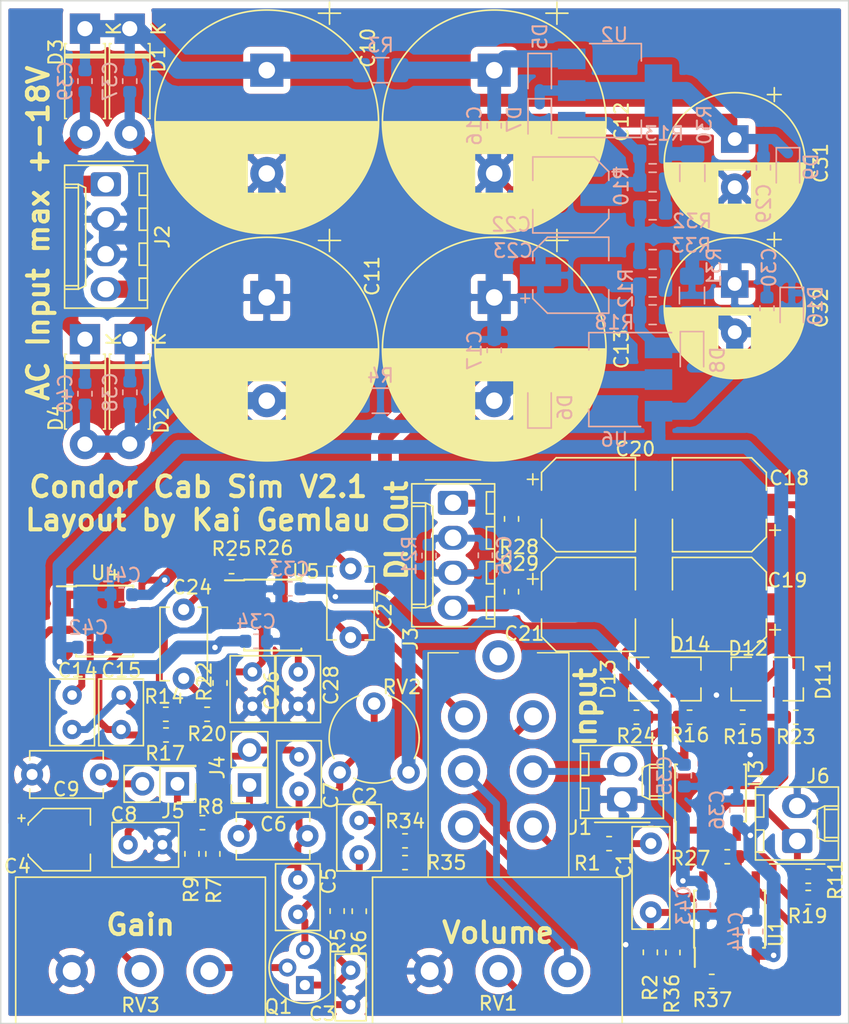
<source format=kicad_pcb>
(kicad_pcb (version 20171130) (host pcbnew 5.0.1-33cea8e~67~ubuntu18.04.1)
  (layers (0 F.Cu signal hide) (31 B.Cu signal) (34 B.Paste user hide) (35 F.Paste user hide) (36 B.SilkS user) (37 F.SilkS user hide) (38 B.Mask user hide) (39 F.Mask user hide) (44 Edge.Cuts user))
  (net 0 "")
  (net 1 "Net-(C1-Pad1)")
  (net 2 "Net-(C1-Pad2)")
  (net 3 "Net-(C2-Pad2)")
  (net 4 "Net-(C2-Pad1)")
  (net 5 GND)
  (net 6 "Net-(C3-Pad2)")
  (net 7 "Net-(C4-Pad2)")
  (net 8 +15V)
  (net 9 "Net-(C5-Pad1)")
  (net 10 "Net-(C6-Pad1)")
  (net 11 "Net-(C7-Pad1)")
  (net 12 "Net-(C8-Pad1)")
  (net 13 "Net-(C9-Pad1)")
  (net 14 "Net-(C10-Pad1)")
  (net 15 "Net-(C11-Pad2)")
  (net 16 "Net-(C12-Pad1)")
  (net 17 "Net-(C13-Pad2)")
  (net 18 "Net-(C14-Pad1)")
  (net 19 "Net-(C14-Pad2)")
  (net 20 "Net-(C15-Pad1)")
  (net 21 "Net-(C18-Pad2)")
  (net 22 "Net-(C18-Pad1)")
  (net 23 "Net-(C19-Pad2)")
  (net 24 "Net-(C19-Pad1)")
  (net 25 "Net-(C20-Pad1)")
  (net 26 "Net-(C21-Pad1)")
  (net 27 "Net-(C22-Pad1)")
  (net 28 "Net-(C23-Pad2)")
  (net 29 "Net-(C24-Pad1)")
  (net 30 "Net-(C24-Pad2)")
  (net 31 "Net-(C25-Pad1)")
  (net 32 "Net-(C26-Pad1)")
  (net 33 "Net-(C27-Pad2)")
  (net 34 "Net-(C27-Pad1)")
  (net 35 "Net-(C28-Pad1)")
  (net 36 -15V)
  (net 37 "Net-(C37-Pad2)")
  (net 38 "Net-(C39-Pad2)")
  (net 39 "Net-(D11-Pad2)")
  (net 40 "Net-(D13-Pad2)")
  (net 41 "Net-(J1-Pad2)")
  (net 42 "Net-(Q1-Pad2)")
  (net 43 "Net-(R1-Pad2)")
  (net 44 "Net-(R14-Pad1)")
  (net 45 "Net-(R15-Pad1)")
  (net 46 "Net-(R15-Pad2)")
  (net 47 "Net-(R16-Pad1)")
  (net 48 "Net-(R19-Pad1)")
  (net 49 "Net-(RV1-Pad2)")
  (net 50 "Net-(RV1-Pad3)")
  (net 51 "Net-(R10-Pad1)")
  (net 52 "Net-(R12-Pad2)")
  (net 53 "Net-(J6-Pad1)")
  (net 54 "Net-(C5-Pad2)")
  (net 55 "Net-(R34-Pad2)")
  (net 56 "Net-(R36-Pad1)")
  (net 57 "Net-(R37-Pad1)")
  (module Poti:Potentiometer_Alpha_RV16BF-20_Single_Horizontal_DPDT (layer F.Cu) (at 163.16 114.3 270)
    (fp_text reference RV1 (at 2.3495 0.0285) (layer F.SilkS))
    (fp_text value "10K Log")
    (pad 3 thru_hole circle (at 0 -5 270) (size 2.34 2.34) (drill 1.3) (layers *.Cu *.Mask) (net 50 "Net-(RV1-Pad3)"))
    (pad 2 thru_hole circle (at 0 0 270) (size 2.34 2.34) (drill 1.3) (layers *.Cu *.Mask) (net 49 "Net-(RV1-Pad2)"))
    (pad 1 thru_hole circle (at 0 5 270) (size 2.34 2.34) (drill 1.3) (layers *.Cu *.Mask) (net 5 GND))
    (pad 5 thru_hole circle (at -14.51 2.5 270) (size 2.34 2.34) (drill 1.3) (layers *.Cu *.Mask) (net 50 "Net-(RV1-Pad3)"))
    (pad 4 thru_hole circle (at -10.5 2.5 270) (size 2.34 2.34) (drill 1.3) (layers *.Cu *.Mask) (net 57 "Net-(R37-Pad1)"))
    (pad 7 thru_hole circle (at -10.5 -2.5 270) (size 2.34 2.34) (drill 1.3) (layers *.Cu *.Mask) (net 43 "Net-(R1-Pad2)"))
    (pad 6 thru_hole circle (at -18.5 2.5 270) (size 2.34 2.34) (drill 1.3) (layers *.Cu *.Mask) (net 34 "Net-(C27-Pad1)"))
    (pad 9 thru_hole circle (at -18.5 -2.5 270) (size 2.34 2.34) (drill 1.3) (layers *.Cu *.Mask) (net 55 "Net-(R34-Pad2)"))
    (pad 8 thru_hole circle (at -14.5 -2.49 270) (size 2.34 2.34) (drill 1.3) (layers *.Cu *.Mask) (net 41 "Net-(J1-Pad2)"))
    (pad 10 thru_hole circle (at -22.86 0 270) (size 2.34 2.34) (drill 1.3) (layers *.Cu *.Mask))
  )
  (module Connector_Molex:Molex_KK-254_AE-6410-04A_1x04_P2.54mm_Vertical (layer F.Cu) (at 134.6327 57.15 270)
    (fp_text reference J2 (at 3.81 -4.12 270) (layer F.SilkS))
    (fp_text value Conn_01x04)
    (pad 4 thru_hole oval (at 7.62 0 270) (size 1.74 2.2) (drill 1.2) (layers *.Cu *.Mask) (net 37 "Net-(C37-Pad2)"))
    (pad 3 thru_hole oval (at 5.08 0 270) (size 1.74 2.2) (drill 1.2) (layers *.Cu *.Mask) (net 5 GND))
    (pad 2 thru_hole oval (at 2.54 0 270) (size 1.74 2.2) (drill 1.2) (layers *.Cu *.Mask) (net 5 GND))
    (pad 1 thru_hole roundrect (at 0 0 270) (size 1.74 2.2) (drill 1.2) (layers *.Cu *.Mask) (roundrect_rratio 0.143678) (net 38 "Net-(C39-Pad2)"))
  )
  (module Resistor_SMD:R_1206_3216Metric (layer B.Cu) (at 177.2412 56.3402 90)
    (fp_text reference R30 (at 3.5082 0.8763 90) (layer B.SilkS) (effects (justify mirror)))
    (fp_text value 1K2)
    (pad 2 smd roundrect (at 1.4 0 90) (size 1.25 1.75) (layers B.Cu B.Paste B.Mask) (roundrect_rratio 0.2) (net 8 +15V))
    (pad 1 smd roundrect (at -1.4 0 90) (size 1.25 1.75) (layers B.Cu B.Paste B.Mask) (roundrect_rratio 0.2) (net 5 GND))
  )
  (module Capacitor_THT:C_Rect_L4.6mm_W3.0mm_P2.50mm_MKS02_FKP02 (layer F.Cu) (at 153.035 103.35768 270)
    (fp_text reference C2 (at -1.75768 -0.381) (layer F.SilkS))
    (fp_text value 47nF)
    (pad 2 thru_hole circle (at 2.5 0 270) (size 1.4 1.4) (drill 0.7) (layers *.Cu *.Mask) (net 3 "Net-(C2-Pad2)"))
    (pad 1 thru_hole circle (at 0 0 270) (size 1.4 1.4) (drill 0.7) (layers *.Cu *.Mask) (net 4 "Net-(C2-Pad1)"))
  )
  (module Resistor_SMD:R_0603_1608Metric (layer F.Cu) (at 141.6558 103.52024 180)
    (fp_text reference R8 (at -0.5842 1.15824 180) (layer F.SilkS))
    (fp_text value 100k)
    (pad 2 smd roundrect (at 0.7875 0 180) (size 0.875 0.95) (layers F.Cu F.Paste F.Mask) (net 12 "Net-(C8-Pad1)"))
    (pad 1 smd roundrect (at -0.7875 0 180) (size 0.875 0.95) (layers F.Cu F.Paste F.Mask) (net 11 "Net-(C7-Pad1)"))
  )
  (module Package_TO_SOT_THT:TO-92 (layer F.Cu) (at 149.098 115.316 90)
    (fp_text reference Q1 (at -1.56718 -1.92024 180) (layer F.SilkS))
    (fp_text value Q_NJFET_GSD)
    (pad 2 thru_hole circle (at 1.27 -1.27 180) (size 1.3 1.3) (drill 0.75) (layers *.Cu *.Mask) (net 42 "Net-(Q1-Pad2)"))
    (pad 3 thru_hole circle (at 2.54 0 180) (size 1.3 1.3) (drill 0.75) (layers *.Cu *.Mask) (net 54 "Net-(C5-Pad2)"))
    (pad 1 thru_hole rect (at 0 0 180) (size 1.3 1.3) (drill 0.75) (layers *.Cu *.Mask) (net 6 "Net-(C3-Pad2)"))
  )
  (module Capacitor_THT:C_Rect_L4.6mm_W3.0mm_P2.50mm_MKS02_FKP02 (layer F.Cu) (at 148.58492 107.68012 270)
    (fp_text reference C5 (at 0.07938 -2.22758 270) (layer F.SilkS))
    (fp_text value 47nF)
    (pad 2 thru_hole circle (at 2.5 0 270) (size 1.4 1.4) (drill 0.7) (layers *.Cu *.Mask) (net 54 "Net-(C5-Pad2)"))
    (pad 1 thru_hole circle (at 0 0 270) (size 1.4 1.4) (drill 0.7) (layers *.Cu *.Mask) (net 9 "Net-(C5-Pad1)"))
  )
  (module Diode_SMD:D_SOD-323F (layer B.Cu) (at 177.2158 69.3498 270)
    (fp_text reference D8 (at 0.5637 -1.8542 270) (layer B.SilkS) (effects (justify mirror)))
    (fp_text value 1N4148)
    (pad 2 smd rect (at 1.1 0 270) (size 0.5 0.5) (layers B.Cu B.Paste B.Mask) (net 36 -15V))
    (pad 1 smd rect (at -1.1 0 270) (size 0.5 0.5) (layers B.Cu B.Paste B.Mask) (net 28 "Net-(C23-Pad2)"))
  )
  (module Capacitor_THT:CP_Radial_D10.0mm_P3.50mm (layer F.Cu) (at 180.31968 64.39408 270)
    (fp_text reference C32 (at 1.75 -6.25 270) (layer F.SilkS))
    (fp_text value 1000µF)
    (pad 2 thru_hole circle (at 3.5 0 270) (size 2 2) (drill 1) (layers *.Cu *.Mask) (net 36 -15V))
    (pad 1 thru_hole rect (at 0 0 270) (size 2 2) (drill 1) (layers *.Cu *.Mask) (net 5 GND))
  )
  (module Diode_SMD:D_SOD-323F (layer B.Cu) (at 184.4675 66.1416 270)
    (fp_text reference D10 (at -0.1651 -1.7145 270) (layer B.SilkS) (effects (justify mirror)))
    (fp_text value 1N4148)
    (pad 2 smd rect (at 1.1 0 270) (size 0.5 0.5) (layers B.Cu B.Paste B.Mask) (net 36 -15V))
    (pad 1 smd rect (at -1.1 0 270) (size 0.5 0.5) (layers B.Cu B.Paste B.Mask) (net 5 GND))
  )
  (module Capacitor_THT:CP_Radial_D10.0mm_P3.50mm (layer F.Cu) (at 180.31968 53.86452 270)
    (fp_text reference C31 (at 1.75 -6.25 270) (layer F.SilkS))
    (fp_text value 1000µF)
    (pad 1 thru_hole rect (at 0 0 270) (size 2 2) (drill 1) (layers *.Cu *.Mask) (net 8 +15V))
    (pad 2 thru_hole circle (at 3.5 0 270) (size 2 2) (drill 1) (layers *.Cu *.Mask) (net 5 GND))
  )
  (module Package_TO_SOT_SMD:SOT-223-3_TabPin2 (layer B.Cu) (at 171.6333 71.3346 180)
    (fp_text reference U6 (at 0.0563 -4.3574 180) (layer B.SilkS) (effects (justify mirror)))
    (fp_text value LM337_SOT223)
    (pad 1 smd rect (at -3.15 2.3 180) (size 2 1.5) (layers B.Cu B.Paste B.Mask) (net 28 "Net-(C23-Pad2)"))
    (pad 3 smd rect (at -3.15 -2.3 180) (size 2 1.5) (layers B.Cu B.Paste B.Mask) (net 36 -15V))
    (pad 2 smd rect (at -3.15 0 180) (size 2 1.5) (layers B.Cu B.Paste B.Mask) (net 17 "Net-(C13-Pad2)"))
    (pad 2 smd rect (at 3.15 0 180) (size 2 3.8) (layers B.Cu B.Paste B.Mask) (net 17 "Net-(C13-Pad2)"))
  )
  (module Capacitor_THT:CP_Radial_D16.0mm_P7.50mm (layer F.Cu) (at 146.3294 48.86452 270)
    (fp_text reference C10 (at -1.62052 -7.3406 270) (layer F.SilkS))
    (fp_text value 2.2mF)
    (pad 1 thru_hole rect (at 0 0 270) (size 2.4 2.4) (drill 1.2) (layers *.Cu *.Mask) (net 14 "Net-(C10-Pad1)"))
    (pad 2 thru_hole circle (at 7.5 0 270) (size 2.4 2.4) (drill 1.2) (layers *.Cu *.Mask) (net 5 GND))
  )
  (module Capacitor_THT:CP_Radial_D16.0mm_P7.50mm (layer F.Cu) (at 162.84956 48.86452 270)
    (fp_text reference C12 (at 3.75 -9.25 270) (layer F.SilkS))
    (fp_text value 2.2mF)
    (pad 2 thru_hole circle (at 7.5 0 270) (size 2.4 2.4) (drill 1.2) (layers *.Cu *.Mask) (net 5 GND))
    (pad 1 thru_hole rect (at 0 0 270) (size 2.4 2.4) (drill 1.2) (layers *.Cu *.Mask) (net 16 "Net-(C12-Pad1)"))
  )
  (module Diode_SMD:D_SOT-23_ANK (layer F.Cu) (at 173.38726 93.08592 180)
    (fp_text reference D13 (at 2.25476 -0.00508 270) (layer F.SilkS))
    (fp_text value 5V1)
    (pad 1 smd rect (at 1 0 180) (size 0.9 0.8) (layers F.Cu F.Paste F.Mask) (net 24 "Net-(C19-Pad1)"))
    (pad "" smd rect (at -1 0.95 180) (size 0.9 0.8) (layers F.Cu F.Paste F.Mask))
    (pad 2 smd rect (at -1 -0.95 180) (size 0.9 0.8) (layers F.Cu F.Paste F.Mask) (net 40 "Net-(D13-Pad2)"))
  )
  (module Capacitor_SMD:C_0603_1608Metric (layer B.Cu) (at 147.99574 86.53526 180)
    (fp_text reference C33 (at 0 1.43 180) (layer B.SilkS) (effects (justify mirror)))
    (fp_text value 100nF)
    (pad 2 smd roundrect (at 0.7875 0 180) (size 0.875 0.95) (layers B.Cu B.Paste B.Mask) (net 5 GND))
    (pad 1 smd roundrect (at -0.7875 0 180) (size 0.875 0.95) (layers B.Cu B.Paste B.Mask) (net 8 +15V))
  )
  (module Potentiometer_THT:Potentiometer_Piher_PT-6-V_Vertical (layer F.Cu) (at 156.6291 99.8728 90)
    (fp_text reference RV2 (at 6.2103 -0.4826 180) (layer F.SilkS))
    (fp_text value 100K)
    (pad 3 thru_hole circle (at 0 -5 90) (size 1.62 1.62) (drill 0.9) (layers *.Cu *.Mask) (net 54 "Net-(C5-Pad2)"))
    (pad 2 thru_hole circle (at 5 -2.5 90) (size 1.62 1.62) (drill 0.9) (layers *.Cu *.Mask) (net 54 "Net-(C5-Pad2)"))
    (pad 1 thru_hole circle (at 0 0 90) (size 1.62 1.62) (drill 0.9) (layers *.Cu *.Mask) (net 8 +15V))
  )
  (module Resistor_SMD:R_0603_1608Metric (layer F.Cu) (at 185.6613 107.4166)
    (fp_text reference R11 (at 1.9812 0.2794 90) (layer F.SilkS))
    (fp_text value 100K)
    (pad 2 smd roundrect (at 0.7875 0) (size 0.875 0.95) (layers F.Cu F.Paste F.Mask) (net 5 GND))
    (pad 1 smd roundrect (at -0.7875 0) (size 0.875 0.95) (layers F.Cu F.Paste F.Mask) (net 53 "Net-(J6-Pad1)"))
  )
  (module Capacitor_SMD:CP_Elec_4x5.8 (layer F.Cu) (at 131.25872 104.75468)
    (fp_text reference C4 (at -3.05222 1.92532) (layer F.SilkS))
    (fp_text value "22µF 16V")
    (pad 1 smd rect (at -1.8 0) (size 2.6 1.6) (layers F.Cu F.Paste F.Mask) (net 5 GND))
    (pad 2 smd rect (at 1.8 0) (size 2.6 1.6) (layers F.Cu F.Paste F.Mask) (net 7 "Net-(C4-Pad2)"))
  )
  (module Capacitor_THT:C_Rect_L7.2mm_W2.5mm_P5.00mm_FKS2_FKP2_MKS2_MKP2 (layer F.Cu) (at 174.2313 110.0328 90)
    (fp_text reference C1 (at 3.4163 -1.9558 90) (layer F.SilkS))
    (fp_text value 100nF)
    (pad 1 thru_hole circle (at 0 0 90) (size 1.6 1.6) (drill 0.8) (layers *.Cu *.Mask) (net 1 "Net-(C1-Pad1)"))
    (pad 2 thru_hole circle (at 5 0 90) (size 1.6 1.6) (drill 0.8) (layers *.Cu *.Mask) (net 2 "Net-(C1-Pad2)"))
  )
  (module Capacitor_THT:CP_Radial_D16.0mm_P7.50mm (layer F.Cu) (at 146.3294 65.36944 270)
    (fp_text reference C11 (at -1.55194 -7.6581 270) (layer F.SilkS))
    (fp_text value 2.2mF)
    (pad 1 thru_hole rect (at 0 0 270) (size 2.4 2.4) (drill 1.2) (layers *.Cu *.Mask) (net 5 GND))
    (pad 2 thru_hole circle (at 7.5 0 270) (size 2.4 2.4) (drill 1.2) (layers *.Cu *.Mask) (net 15 "Net-(C11-Pad2)"))
  )
  (module Capacitor_THT:C_Rect_L4.6mm_W3.0mm_P2.50mm_MKS02_FKP02 (layer F.Cu) (at 148.67128 98.73932 270)
    (fp_text reference C7 (at 2.79718 -2.33172 270) (layer F.SilkS))
    (fp_text value 1nF)
    (pad 1 thru_hole circle (at 0 0 270) (size 1.4 1.4) (drill 0.7) (layers *.Cu *.Mask) (net 11 "Net-(C7-Pad1)"))
    (pad 2 thru_hole circle (at 2.5 0 270) (size 1.4 1.4) (drill 0.7) (layers *.Cu *.Mask) (net 9 "Net-(C5-Pad1)"))
  )
  (module Capacitor_THT:C_Rect_L4.6mm_W3.0mm_P2.50mm_MKS02_FKP02 (layer F.Cu) (at 136.25512 105.12552)
    (fp_text reference C8 (at -0.30162 -2.19202) (layer F.SilkS))
    (fp_text value 6.8nF)
    (pad 2 thru_hole circle (at 2.5 0) (size 1.4 1.4) (drill 0.7) (layers *.Cu *.Mask) (net 5 GND))
    (pad 1 thru_hole circle (at 0 0) (size 1.4 1.4) (drill 0.7) (layers *.Cu *.Mask) (net 12 "Net-(C8-Pad1)"))
  )
  (module Capacitor_THT:CP_Radial_D16.0mm_P7.50mm (layer F.Cu) (at 162.84956 65.36944 270)
    (fp_text reference C13 (at 3.75 -9.25 270) (layer F.SilkS))
    (fp_text value 2.2mF)
    (pad 2 thru_hole circle (at 7.5 0 270) (size 2.4 2.4) (drill 1.2) (layers *.Cu *.Mask) (net 17 "Net-(C13-Pad2)"))
    (pad 1 thru_hole rect (at 0 0 270) (size 2.4 2.4) (drill 1.2) (layers *.Cu *.Mask) (net 5 GND))
  )
  (module Capacitor_THT:C_Rect_L4.6mm_W3.0mm_P2.50mm_MKS02_FKP02 (layer F.Cu) (at 132.19176 96.75368 90)
    (fp_text reference C14 (at 4.29768 0.39624 180) (layer F.SilkS))
    (fp_text value 47nF)
    (pad 1 thru_hole circle (at 0 0 90) (size 1.4 1.4) (drill 0.7) (layers *.Cu *.Mask) (net 18 "Net-(C14-Pad1)"))
    (pad 2 thru_hole circle (at 2.5 0 90) (size 1.4 1.4) (drill 0.7) (layers *.Cu *.Mask) (net 19 "Net-(C14-Pad2)"))
  )
  (module Capacitor_THT:C_Rect_L4.6mm_W3.0mm_P2.50mm_MKS02_FKP02 (layer F.Cu) (at 135.74776 96.75368 90)
    (fp_text reference C15 (at 4.29768 0.01524 180) (layer F.SilkS))
    (fp_text value 47nF)
    (pad 2 thru_hole circle (at 2.5 0 90) (size 1.4 1.4) (drill 0.7) (layers *.Cu *.Mask) (net 18 "Net-(C14-Pad1)"))
    (pad 1 thru_hole circle (at 0 0 90) (size 1.4 1.4) (drill 0.7) (layers *.Cu *.Mask) (net 20 "Net-(C15-Pad1)"))
  )
  (module Capacitor_SMD:C_0603_1608Metric (layer B.Cu) (at 162.84956 52.89794 270)
    (fp_text reference C16 (at 0 1.43 270) (layer B.SilkS) (effects (justify mirror)))
    (fp_text value 100nF)
    (pad 1 smd roundrect (at -0.7875 0 270) (size 0.875 0.95) (layers B.Cu B.Paste B.Mask) (net 16 "Net-(C12-Pad1)"))
    (pad 2 smd roundrect (at 0.7875 0 270) (size 0.875 0.95) (layers B.Cu B.Paste B.Mask) (net 5 GND))
  )
  (module Capacitor_SMD:C_0603_1608Metric (layer B.Cu) (at 162.84956 69.20494 270)
    (fp_text reference C17 (at 0 1.43 270) (layer B.SilkS) (effects (justify mirror)))
    (fp_text value 100nF)
    (pad 2 smd roundrect (at 0.7875 0 270) (size 0.875 0.95) (layers B.Cu B.Paste B.Mask) (net 17 "Net-(C13-Pad2)"))
    (pad 1 smd roundrect (at -0.7875 0 270) (size 0.875 0.95) (layers B.Cu B.Paste B.Mask) (net 5 GND))
  )
  (module Capacitor_SMD:CP_Elec_6.3x5.8 (layer F.Cu) (at 179.20716 80.42656 180)
    (fp_text reference C18 (at -5.06984 1.94056 180) (layer F.SilkS))
    (fp_text value "47µF, 25V")
    (pad 2 smd rect (at 2.7 0 180) (size 3.5 1.6) (layers F.Cu F.Paste F.Mask) (net 21 "Net-(C18-Pad2)"))
    (pad 1 smd rect (at -2.7 0 180) (size 3.5 1.6) (layers F.Cu F.Paste F.Mask) (net 22 "Net-(C18-Pad1)"))
  )
  (module Capacitor_SMD:CP_Elec_6.3x5.8 (layer F.Cu) (at 179.20716 87.66556 180)
    (fp_text reference C19 (at -4.94284 1.75006 180) (layer F.SilkS))
    (fp_text value "47µF 25V")
    (pad 2 smd rect (at 2.7 0 180) (size 3.5 1.6) (layers F.Cu F.Paste F.Mask) (net 23 "Net-(C19-Pad2)"))
    (pad 1 smd rect (at -2.7 0 180) (size 3.5 1.6) (layers F.Cu F.Paste F.Mask) (net 24 "Net-(C19-Pad1)"))
  )
  (module Capacitor_SMD:CP_Elec_6.3x5.8 (layer F.Cu) (at 169.6974 80.42656)
    (fp_text reference C20 (at 3.4036 -4.03606) (layer F.SilkS))
    (fp_text value "47µF 25V")
    (pad 1 smd rect (at -2.7 0) (size 3.5 1.6) (layers F.Cu F.Paste F.Mask) (net 25 "Net-(C20-Pad1)"))
    (pad 2 smd rect (at 2.7 0) (size 3.5 1.6) (layers F.Cu F.Paste F.Mask) (net 21 "Net-(C18-Pad2)"))
  )
  (module Capacitor_SMD:CP_Elec_6.3x5.8 (layer F.Cu) (at 169.6974 87.66556)
    (fp_text reference C21 (at -4.6609 2.12344 180) (layer F.SilkS))
    (fp_text value "47µF 25V")
    (pad 1 smd rect (at -2.7 0) (size 3.5 1.6) (layers F.Cu F.Paste F.Mask) (net 26 "Net-(C21-Pad1)"))
    (pad 2 smd rect (at 2.7 0) (size 3.5 1.6) (layers F.Cu F.Paste F.Mask) (net 23 "Net-(C19-Pad2)"))
  )
  (module Capacitor_SMD:CP_Elec_5x5.9 (layer B.Cu) (at 168.4118 57.9247 180)
    (fp_text reference C22 (at 4.3278 -2.1463 180) (layer B.SilkS) (effects (justify mirror)))
    (fp_text value 10µ)
    (pad 2 smd rect (at 2.2 0 180) (size 3 1.6) (layers B.Cu B.Paste B.Mask) (net 5 GND))
    (pad 1 smd rect (at -2.2 0 180) (size 3 1.6) (layers B.Cu B.Paste B.Mask) (net 27 "Net-(C22-Pad1)"))
  )
  (module Capacitor_SMD:CP_Elec_5x5.9 (layer B.Cu) (at 168.4118 63.754)
    (fp_text reference C23 (at -4.2008 -1.778) (layer B.SilkS) (effects (justify mirror)))
    (fp_text value 10µ)
    (pad 1 smd rect (at -2.2 0) (size 3 1.6) (layers B.Cu B.Paste B.Mask) (net 5 GND))
    (pad 2 smd rect (at 2.2 0) (size 3 1.6) (layers B.Cu B.Paste B.Mask) (net 28 "Net-(C23-Pad2)"))
  )
  (module Capacitor_SMD:C_0603_1608Metric (layer B.Cu) (at 162.2044 84.0993 270)
    (fp_text reference C25 (at 0 -1.3716 270) (layer B.SilkS) (effects (justify mirror)))
    (fp_text value 100nF)
    (pad 1 smd roundrect (at -0.7875 0 270) (size 0.875 0.95) (layers B.Cu B.Paste B.Mask) (net 31 "Net-(C25-Pad1)"))
    (pad 2 smd roundrect (at 0.7875 0 270) (size 0.875 0.95) (layers B.Cu B.Paste B.Mask) (net 5 GND))
  )
  (module Capacitor_THT:C_Rect_L4.6mm_W3.0mm_P2.50mm_MKS02_FKP02 (layer F.Cu) (at 145.288 92.5703 270)
    (fp_text reference C26 (at 1.3462 -1.397 270) (layer F.SilkS))
    (fp_text value 1nF)
    (pad 1 thru_hole circle (at 0 0 270) (size 1.4 1.4) (drill 0.7) (layers *.Cu *.Mask) (net 32 "Net-(C26-Pad1)"))
    (pad 2 thru_hole circle (at 2.5 0 270) (size 1.4 1.4) (drill 0.7) (layers *.Cu *.Mask) (net 5 GND))
  )
  (module Capacitor_THT:C_Rect_L4.6mm_W3.0mm_P2.50mm_MKS02_FKP02 (layer F.Cu) (at 148.6154 92.5722 270)
    (fp_text reference C28 (at 0.9633 -2.3876 270) (layer F.SilkS))
    (fp_text value 1nF)
    (pad 1 thru_hole circle (at 0 0 270) (size 1.4 1.4) (drill 0.7) (layers *.Cu *.Mask) (net 35 "Net-(C28-Pad1)"))
    (pad 2 thru_hole circle (at 2.5 0 270) (size 1.4 1.4) (drill 0.7) (layers *.Cu *.Mask) (net 5 GND))
  )
  (module Capacitor_SMD:C_0603_1608Metric (layer B.Cu) (at 182.40756 55.94594 270)
    (fp_text reference C29 (at 2.60106 -0.02794 270) (layer B.SilkS) (effects (justify mirror)))
    (fp_text value 100nF)
    (pad 2 smd roundrect (at 0.7875 0 270) (size 0.875 0.95) (layers B.Cu B.Paste B.Mask) (net 5 GND))
    (pad 1 smd roundrect (at -0.7875 0 270) (size 0.875 0.95) (layers B.Cu B.Paste B.Mask) (net 8 +15V))
  )
  (module Capacitor_SMD:C_0603_1608Metric (layer B.Cu) (at 182.66156 66.15694 270)
    (fp_text reference C30 (at -2.97444 -0.15494 270) (layer B.SilkS) (effects (justify mirror)))
    (fp_text value 100nF)
    (pad 1 smd roundrect (at -0.7875 0 270) (size 0.875 0.95) (layers B.Cu B.Paste B.Mask) (net 5 GND))
    (pad 2 smd roundrect (at 0.7875 0 270) (size 0.875 0.95) (layers B.Cu B.Paste B.Mask) (net 36 -15V))
  )
  (module Capacitor_SMD:C_0603_1608Metric (layer B.Cu) (at 145.55724 90.34526 180)
    (fp_text reference C34 (at 0 1.43 180) (layer B.SilkS) (effects (justify mirror)))
    (fp_text value 100nF)
    (pad 1 smd roundrect (at -0.7875 0 180) (size 0.875 0.95) (layers B.Cu B.Paste B.Mask) (net 5 GND))
    (pad 2 smd roundrect (at 0.7875 0 180) (size 0.875 0.95) (layers B.Cu B.Paste B.Mask) (net 36 -15V))
  )
  (module Capacitor_SMD:C_0603_1608Metric (layer B.Cu) (at 176.657 100.1015 270)
    (fp_text reference C35 (at 0 1.43 270) (layer B.SilkS) (effects (justify mirror)))
    (fp_text value 100nF)
    (pad 1 smd roundrect (at -0.7875 0 270) (size 0.875 0.95) (layers B.Cu B.Paste B.Mask) (net 8 +15V))
    (pad 2 smd roundrect (at 0.7875 0 270) (size 0.875 0.95) (layers B.Cu B.Paste B.Mask) (net 5 GND))
  )
  (module Capacitor_SMD:C_0603_1608Metric (layer B.Cu) (at 180.467 102.5905 270)
    (fp_text reference C36 (at 0 1.43 270) (layer B.SilkS) (effects (justify mirror)))
    (fp_text value 100nF)
    (pad 1 smd roundrect (at -0.7875 0 270) (size 0.875 0.95) (layers B.Cu B.Paste B.Mask) (net 5 GND))
    (pad 2 smd roundrect (at 0.7875 0 270) (size 0.875 0.95) (layers B.Cu B.Paste B.Mask) (net 36 -15V))
  )
  (module Capacitor_SMD:C_0603_1608Metric (layer B.Cu) (at 136.3726 49.656499 270)
    (fp_text reference C37 (at 0 1.43 270) (layer B.SilkS) (effects (justify mirror)))
    (fp_text value 100nF)
    (pad 2 smd roundrect (at 0.7875 0 270) (size 0.875 0.95) (layers B.Cu B.Paste B.Mask) (net 37 "Net-(C37-Pad2)"))
    (pad 1 smd roundrect (at -0.7875 0 270) (size 0.875 0.95) (layers B.Cu B.Paste B.Mask) (net 14 "Net-(C10-Pad1)"))
  )
  (module Capacitor_SMD:C_0603_1608Metric (layer B.Cu) (at 136.38276 72.263 270)
    (fp_text reference C38 (at 0 1.43 270) (layer B.SilkS) (effects (justify mirror)))
    (fp_text value 100nF)
    (pad 1 smd roundrect (at -0.7875 0 270) (size 0.875 0.95) (layers B.Cu B.Paste B.Mask) (net 37 "Net-(C37-Pad2)"))
    (pad 2 smd roundrect (at 0.7875 0 270) (size 0.875 0.95) (layers B.Cu B.Paste B.Mask) (net 15 "Net-(C11-Pad2)"))
  )
  (module Capacitor_SMD:C_0603_1608Metric (layer B.Cu) (at 133.1214 49.656499 270)
    (fp_text reference C39 (at 0 1.43 270) (layer B.SilkS) (effects (justify mirror)))
    (fp_text value 100nF)
    (pad 2 smd roundrect (at 0.7875 0 270) (size 0.875 0.95) (layers B.Cu B.Paste B.Mask) (net 38 "Net-(C39-Pad2)"))
    (pad 1 smd roundrect (at -0.7875 0 270) (size 0.875 0.95) (layers B.Cu B.Paste B.Mask) (net 14 "Net-(C10-Pad1)"))
  )
  (module Capacitor_SMD:C_0603_1608Metric (layer B.Cu) (at 133.1214 72.3647 270)
    (fp_text reference C40 (at 0 1.43 270) (layer B.SilkS) (effects (justify mirror)))
    (fp_text value 100nF)
    (pad 2 smd roundrect (at 0.7875 0 270) (size 0.875 0.95) (layers B.Cu B.Paste B.Mask) (net 15 "Net-(C11-Pad2)"))
    (pad 1 smd roundrect (at -0.7875 0 270) (size 0.875 0.95) (layers B.Cu B.Paste B.Mask) (net 38 "Net-(C39-Pad2)"))
  )
  (module Diode_SMD:D_SOD-323F (layer B.Cu) (at 166.1541 49.149 270)
    (fp_text reference D5 (at -2.7305 -0.0254 270) (layer B.SilkS) (effects (justify mirror)))
    (fp_text value 1N4148)
    (pad 1 smd rect (at -1.1 0 270) (size 0.5 0.5) (layers B.Cu B.Paste B.Mask) (net 16 "Net-(C12-Pad1)"))
    (pad 2 smd rect (at 1.1 0 270) (size 0.5 0.5) (layers B.Cu B.Paste B.Mask) (net 8 +15V))
  )
  (module Diode_SMD:D_SOD-323F (layer B.Cu) (at 166.1414 73.3552 90)
    (fp_text reference D6 (at 0 1.85 90) (layer B.SilkS) (effects (justify mirror)))
    (fp_text value 1N4148)
    (pad 2 smd rect (at 1.1 0 90) (size 0.5 0.5) (layers B.Cu B.Paste B.Mask) (net 17 "Net-(C13-Pad2)"))
    (pad 1 smd rect (at -1.1 0 90) (size 0.5 0.5) (layers B.Cu B.Paste B.Mask) (net 36 -15V))
  )
  (module Diode_SMD:D_SOD-323F (layer B.Cu) (at 166.1541 52.4383 270)
    (fp_text reference D7 (at 0 1.85 270) (layer B.SilkS) (effects (justify mirror)))
    (fp_text value 1N4148)
    (pad 1 smd rect (at -1.1 0 270) (size 0.5 0.5) (layers B.Cu B.Paste B.Mask) (net 8 +15V))
    (pad 2 smd rect (at 1.1 0 270) (size 0.5 0.5) (layers B.Cu B.Paste B.Mask) (net 27 "Net-(C22-Pad1)"))
  )
  (module Diode_SMD:D_SOD-323F (layer B.Cu) (at 184.1881 55.9943 270)
    (fp_text reference D9 (at -0.1143 -1.6764 270) (layer B.SilkS) (effects (justify mirror)))
    (fp_text value 1N4148)
    (pad 1 smd rect (at -1.1 0 270) (size 0.5 0.5) (layers B.Cu B.Paste B.Mask) (net 8 +15V))
    (pad 2 smd rect (at 1.1 0 270) (size 0.5 0.5) (layers B.Cu B.Paste B.Mask) (net 5 GND))
  )
  (module Diode_SMD:D_SOT-23_ANK (layer F.Cu) (at 184.54446 93.08592)
    (fp_text reference D11 (at 2.20904 0.06858 90) (layer F.SilkS))
    (fp_text value 5V1)
    (pad 1 smd rect (at 1 0) (size 0.9 0.8) (layers F.Cu F.Paste F.Mask) (net 22 "Net-(C18-Pad1)"))
    (pad "" smd rect (at -1 0.95) (size 0.9 0.8) (layers F.Cu F.Paste F.Mask))
    (pad 2 smd rect (at -1 -0.95) (size 0.9 0.8) (layers F.Cu F.Paste F.Mask) (net 39 "Net-(D11-Pad2)"))
  )
  (module Diode_SMD:D_SOT-23_ANK (layer F.Cu) (at 180.825392 93.08592 180)
    (fp_text reference D12 (at -0.467108 2.21742 180) (layer F.SilkS))
    (fp_text value 5V1)
    (pad 2 smd rect (at -1 -0.95 180) (size 0.9 0.8) (layers F.Cu F.Paste F.Mask) (net 39 "Net-(D11-Pad2)"))
    (pad "" smd rect (at -1 0.95 180) (size 0.9 0.8) (layers F.Cu F.Paste F.Mask))
    (pad 1 smd rect (at 1 0 180) (size 0.9 0.8) (layers F.Cu F.Paste F.Mask) (net 5 GND))
  )
  (module Diode_SMD:D_SOT-23_ANK (layer F.Cu) (at 177.106326 93.08592)
    (fp_text reference D14 (at 0 -2.5) (layer F.SilkS))
    (fp_text value 5V1)
    (pad 2 smd rect (at -1 -0.95) (size 0.9 0.8) (layers F.Cu F.Paste F.Mask) (net 40 "Net-(D13-Pad2)"))
    (pad "" smd rect (at -1 0.95) (size 0.9 0.8) (layers F.Cu F.Paste F.Mask))
    (pad 1 smd rect (at 1 0) (size 0.9 0.8) (layers F.Cu F.Paste F.Mask) (net 5 GND))
  )
  (module Resistor_SMD:R_0603_1608Metric (layer F.Cu) (at 171.1959 105.0417 180)
    (fp_text reference R1 (at 1.5874 -1.43 180) (layer F.SilkS))
    (fp_text value 10k)
    (pad 1 smd roundrect (at -0.7875 0 180) (size 0.875 0.95) (layers F.Cu F.Paste F.Mask) (net 2 "Net-(C1-Pad2)"))
    (pad 2 smd roundrect (at 0.7875 0 180) (size 0.875 0.95) (layers F.Cu F.Paste F.Mask) (net 43 "Net-(R1-Pad2)"))
  )
  (module Resistor_SMD:R_0603_1608Metric (layer F.Cu) (at 174.1932 112.941 270)
    (fp_text reference R2 (at 2.5655 0.0127 270) (layer F.SilkS))
    (fp_text value 1M)
    (pad 2 smd roundrect (at 0.7875 0 270) (size 0.875 0.95) (layers F.Cu F.Paste F.Mask) (net 5 GND))
    (pad 1 smd roundrect (at -0.7875 0 270) (size 0.875 0.95) (layers F.Cu F.Paste F.Mask) (net 1 "Net-(C1-Pad1)"))
  )
  (module Resistor_SMD:R_1206_3216Metric (layer B.Cu) (at 154.58948 48.86452 180)
    (fp_text reference R3 (at 0 1.82 180) (layer B.SilkS) (effects (justify mirror)))
    (fp_text value 2R7)
    (pad 1 smd roundrect (at -1.4 0 180) (size 1.25 1.75) (layers B.Cu B.Paste B.Mask) (roundrect_rratio 0.2) (net 16 "Net-(C12-Pad1)"))
    (pad 2 smd roundrect (at 1.4 0 180) (size 1.25 1.75) (layers B.Cu B.Paste B.Mask) (roundrect_rratio 0.2) (net 14 "Net-(C10-Pad1)"))
  )
  (module Resistor_SMD:R_1206_3216Metric (layer B.Cu) (at 154.58948 72.86944 180)
    (fp_text reference R4 (at 0 1.82 180) (layer B.SilkS) (effects (justify mirror)))
    (fp_text value 2R7)
    (pad 2 smd roundrect (at 1.4 0 180) (size 1.25 1.75) (layers B.Cu B.Paste B.Mask) (roundrect_rratio 0.2) (net 15 "Net-(C11-Pad2)"))
    (pad 1 smd roundrect (at -1.4 0 180) (size 1.25 1.75) (layers B.Cu B.Paste B.Mask) (roundrect_rratio 0.2) (net 17 "Net-(C13-Pad2)"))
  )
  (module Resistor_SMD:R_0603_1608Metric (layer F.Cu) (at 151.43988 109.94126 90)
    (fp_text reference R5 (at -2.19974 0.07112 90) (layer F.SilkS))
    (fp_text value 18k)
    (pad 2 smd roundrect (at 0.7875 0 90) (size 0.875 0.95) (layers F.Cu F.Paste F.Mask) (net 3 "Net-(C2-Pad2)"))
    (pad 1 smd roundrect (at -0.7875 0 90) (size 0.875 0.95) (layers F.Cu F.Paste F.Mask) (net 6 "Net-(C3-Pad2)"))
  )
  (module Resistor_SMD:R_0603_1608Metric (layer F.Cu) (at 153.04516 109.95142 270)
    (fp_text reference R6 (at 2.31658 0.01016 270) (layer F.SilkS))
    (fp_text value 1M)
    (pad 1 smd roundrect (at -0.7875 0 270) (size 0.875 0.95) (layers F.Cu F.Paste F.Mask) (net 3 "Net-(C2-Pad2)"))
    (pad 2 smd roundrect (at 0.7875 0 270) (size 0.875 0.95) (layers F.Cu F.Paste F.Mask) (net 5 GND))
  )
  (module Resistor_SMD:R_0603_1608Metric (layer F.Cu) (at 142.41272 105.791 270)
    (fp_text reference R7 (at 2.667 -0.08128 270) (layer F.SilkS))
    (fp_text value 100k)
    (pad 1 smd roundrect (at -0.7875 0 270) (size 0.875 0.95) (layers F.Cu F.Paste F.Mask) (net 12 "Net-(C8-Pad1)"))
    (pad 2 smd roundrect (at 0.7875 0 270) (size 0.875 0.95) (layers F.Cu F.Paste F.Mask) (net 9 "Net-(C5-Pad1)"))
  )
  (module Resistor_SMD:R_0603_1608Metric (layer F.Cu) (at 140.8938 105.78592 270)
    (fp_text reference R9 (at 2.60858 0.0508 270) (layer F.SilkS))
    (fp_text value 100k)
    (pad 1 smd roundrect (at -0.7875 0 270) (size 0.875 0.95) (layers F.Cu F.Paste F.Mask) (net 12 "Net-(C8-Pad1)"))
    (pad 2 smd roundrect (at 0.7875 0 270) (size 0.875 0.95) (layers F.Cu F.Paste F.Mask) (net 5 GND))
  )
  (module Resistor_SMD:R_0805_2012Metric (layer B.Cu) (at 174.3583 56.98744 180)
    (fp_text reference R10 (at 2.2733 -0.28956 270) (layer B.SilkS) (effects (justify mirror)))
    (fp_text value 120R)
    (pad 2 smd roundrect (at 0.9375 0 180) (size 0.975 1.4) (layers B.Cu B.Paste B.Mask) (net 27 "Net-(C22-Pad1)"))
    (pad 1 smd roundrect (at -0.9375 0 180) (size 0.975 1.4) (layers B.Cu B.Paste B.Mask) (net 51 "Net-(R10-Pad1)"))
  )
  (module Resistor_SMD:R_0805_2012Metric (layer B.Cu) (at 174.3583 64.6176)
    (fp_text reference R12 (at -1.9558 0.0889 90) (layer B.SilkS) (effects (justify mirror)))
    (fp_text value 120R)
    (pad 1 smd roundrect (at -0.9375 0) (size 0.975 1.4) (layers B.Cu B.Paste B.Mask) (net 28 "Net-(C23-Pad2)"))
    (pad 2 smd roundrect (at 0.9375 0) (size 0.975 1.4) (layers B.Cu B.Paste B.Mask) (net 52 "Net-(R12-Pad2)"))
  )
  (module Resistor_SMD:R_0805_2012Metric (layer B.Cu) (at 174.3583 54.95544)
    (fp_text reference R13 (at 0.8382 -1.48844) (layer B.SilkS) (effects (justify mirror)))
    (fp_text value 120R)
    (pad 2 smd roundrect (at 0.9375 0) (size 0.975 1.4) (layers B.Cu B.Paste B.Mask) (net 8 +15V))
    (pad 1 smd roundrect (at -0.9375 0) (size 0.975 1.4) (layers B.Cu B.Paste B.Mask) (net 27 "Net-(C22-Pad1)"))
  )
  (module Resistor_SMD:R_0603_1608Metric (layer F.Cu) (at 138.99388 95.64624 180)
    (fp_text reference R14 (at 0.11938 1.28524 180) (layer F.SilkS))
    (fp_text value 18k)
    (pad 2 smd roundrect (at 0.7875 0 180) (size 0.875 0.95) (layers F.Cu F.Paste F.Mask) (net 18 "Net-(C14-Pad1)"))
    (pad 1 smd roundrect (at -0.7875 0 180) (size 0.875 0.95) (layers F.Cu F.Paste F.Mask) (net 44 "Net-(R14-Pad1)"))
  )
  (module Resistor_SMD:R_0603_1608Metric (layer F.Cu) (at 180.899126 95.859991 180)
    (fp_text reference R15 (at 0 -1.43 180) (layer F.SilkS))
    (fp_text value 10k)
    (pad 1 smd roundrect (at -0.7875 0 180) (size 0.875 0.95) (layers F.Cu F.Paste F.Mask) (net 45 "Net-(R15-Pad1)"))
    (pad 2 smd roundrect (at 0.7875 0 180) (size 0.875 0.95) (layers F.Cu F.Paste F.Mask) (net 46 "Net-(R15-Pad2)"))
  )
  (module Resistor_SMD:R_0603_1608Metric (layer F.Cu) (at 177.040793 95.859991)
    (fp_text reference R16 (at -0.002793 1.295009) (layer F.SilkS))
    (fp_text value 10k)
    (pad 2 smd roundrect (at 0.7875 0) (size 0.875 0.95) (layers F.Cu F.Paste F.Mask) (net 46 "Net-(R15-Pad2)"))
    (pad 1 smd roundrect (at -0.7875 0) (size 0.875 0.95) (layers F.Cu F.Paste F.Mask) (net 47 "Net-(R16-Pad1)"))
  )
  (module Resistor_SMD:R_0603_1608Metric (layer F.Cu) (at 139.00902 97.14992)
    (fp_text reference R17 (at -0.07102 1.33858 180) (layer F.SilkS))
    (fp_text value 100k)
    (pad 1 smd roundrect (at -0.7875 0) (size 0.875 0.95) (layers F.Cu F.Paste F.Mask) (net 20 "Net-(C15-Pad1)"))
    (pad 2 smd roundrect (at 0.7875 0) (size 0.875 0.95) (layers F.Cu F.Paste F.Mask) (net 5 GND))
  )
  (module Resistor_SMD:R_0805_2012Metric (layer B.Cu) (at 174.3583 66.6242 180)
    (fp_text reference R18 (at 2.7813 -0.5588 180) (layer B.SilkS) (effects (justify mirror)))
    (fp_text value 120R)
    (pad 2 smd roundrect (at 0.9375 0 180) (size 0.975 1.4) (layers B.Cu B.Paste B.Mask) (net 28 "Net-(C23-Pad2)"))
    (pad 1 smd roundrect (at -0.9375 0 180) (size 0.975 1.4) (layers B.Cu B.Paste B.Mask) (net 36 -15V))
  )
  (module Resistor_SMD:R_0603_1608Metric (layer F.Cu) (at 185.6613 108.9533)
    (fp_text reference R19 (at -0.0508 1.3462) (layer F.SilkS))
    (fp_text value 100K)
    (pad 1 smd roundrect (at -0.7875 0) (size 0.875 0.95) (layers F.Cu F.Paste F.Mask) (net 48 "Net-(R19-Pad1)"))
    (pad 2 smd roundrect (at 0.7875 0) (size 0.875 0.95) (layers F.Cu F.Paste F.Mask) (net 5 GND))
  )
  (module Resistor_SMD:R_0603_1608Metric (layer F.Cu) (at 141.99616 95.64624 180)
    (fp_text reference R20 (at 0 -1.43) (layer F.SilkS))
    (fp_text value 22k)
    (pad 1 smd roundrect (at -0.7875 0 180) (size 0.875 0.95) (layers F.Cu F.Paste F.Mask) (net 30 "Net-(C24-Pad2)"))
    (pad 2 smd roundrect (at 0.7875 0 180) (size 0.875 0.95) (layers F.Cu F.Paste F.Mask) (net 44 "Net-(R14-Pad1)"))
  )
  (module Resistor_SMD:R_0603_1608Metric (layer B.Cu) (at 158.115 84.1249 270)
    (fp_text reference R21 (at 0 1.43 270) (layer B.SilkS) (effects (justify mirror)))
    (fp_text value 10)
    (pad 1 smd roundrect (at -0.7875 0 270) (size 0.875 0.95) (layers B.Cu B.Paste B.Mask) (net 31 "Net-(C25-Pad1)"))
    (pad 2 smd roundrect (at 0.7875 0 270) (size 0.875 0.95) (layers B.Cu B.Paste B.Mask) (net 5 GND))
  )
  (module Resistor_SMD:R_0603_1608Metric (layer F.Cu) (at 142.93088 93.37548 270)
    (fp_text reference R22 (at -0.09398 1.13538 270) (layer F.SilkS))
    (fp_text value 22k)
    (pad 2 smd roundrect (at 0.7875 0 270) (size 0.875 0.95) (layers F.Cu F.Paste F.Mask) (net 30 "Net-(C24-Pad2)"))
    (pad 1 smd roundrect (at -0.7875 0 270) (size 0.875 0.95) (layers F.Cu F.Paste F.Mask) (net 32 "Net-(C26-Pad1)"))
  )
  (module Resistor_SMD:R_0603_1608Metric (layer F.Cu) (at 184.75746 95.859991 180)
    (fp_text reference R23 (at 0 -1.43 180) (layer F.SilkS))
    (fp_text value 100)
    (pad 1 smd roundrect (at -0.7875 0 180) (size 0.875 0.95) (layers F.Cu F.Paste F.Mask) (net 22 "Net-(C18-Pad1)"))
    (pad 2 smd roundrect (at 0.7875 0 180) (size 0.875 0.95) (layers F.Cu F.Paste F.Mask) (net 45 "Net-(R15-Pad1)"))
  )
  (module Resistor_SMD:R_0603_1608Metric (layer F.Cu) (at 173.18246 95.859991)
    (fp_text reference R24 (at -0.01796 1.358509) (layer F.SilkS))
    (fp_text value 100)
    (pad 2 smd roundrect (at 0.7875 0) (size 0.875 0.95) (layers F.Cu F.Paste F.Mask) (net 47 "Net-(R16-Pad1)"))
    (pad 1 smd roundrect (at -0.7875 0) (size 0.875 0.95) (layers F.Cu F.Paste F.Mask) (net 24 "Net-(C19-Pad1)"))
  )
  (module Resistor_SMD:R_0603_1608Metric (layer F.Cu) (at 143.76908 84.92744 180)
    (fp_text reference R25 (at 0.00508 1.29794 180) (layer F.SilkS))
    (fp_text value 22k)
    (pad 2 smd roundrect (at 0.7875 0 180) (size 0.875 0.95) (layers F.Cu F.Paste F.Mask) (net 29 "Net-(C24-Pad1)"))
    (pad 1 smd roundrect (at -0.7875 0 180) (size 0.875 0.95) (layers F.Cu F.Paste F.Mask) (net 33 "Net-(C27-Pad2)"))
  )
  (module Resistor_SMD:R_0603_1608Metric (layer F.Cu) (at 146.812 84.93252 180)
    (fp_text reference R26 (at 0 1.36652 180) (layer F.SilkS))
    (fp_text value 22k)
    (pad 1 smd roundrect (at -0.7875 0 180) (size 0.875 0.95) (layers F.Cu F.Paste F.Mask) (net 35 "Net-(C28-Pad1)"))
    (pad 2 smd roundrect (at 0.7875 0 180) (size 0.875 0.95) (layers F.Cu F.Paste F.Mask) (net 33 "Net-(C27-Pad2)"))
  )
  (module Resistor_SMD:R_0603_1608Metric (layer F.Cu) (at 179.7811 105.9942)
    (fp_text reference R27 (at -2.6796 0.1143) (layer F.SilkS))
    (fp_text value 100K)
    (pad 1 smd roundrect (at -0.7875 0) (size 0.875 0.95) (layers F.Cu F.Paste F.Mask) (net 53 "Net-(J6-Pad1)"))
    (pad 2 smd roundrect (at 0.7875 0) (size 0.875 0.95) (layers F.Cu F.Paste F.Mask) (net 48 "Net-(R19-Pad1)"))
  )
  (module Resistor_SMD:R_0603_1608Metric (layer F.Cu) (at 164.1094 81.4577 270)
    (fp_text reference R28 (at 2.0448 -0.5461 180) (layer F.SilkS))
    (fp_text value 100K)
    (pad 2 smd roundrect (at 0.7875 0 270) (size 0.875 0.95) (layers F.Cu F.Paste F.Mask) (net 5 GND))
    (pad 1 smd roundrect (at -0.7875 0 270) (size 0.875 0.95) (layers F.Cu F.Paste F.Mask) (net 25 "Net-(C20-Pad1)"))
  )
  (module Resistor_SMD:R_0603_1608Metric (layer F.Cu) (at 164.1094 86.7411 90)
    (fp_text reference R29 (at 2.0321 0.5461 180) (layer F.SilkS))
    (fp_text value 100K)
    (pad 1 smd roundrect (at -0.7875 0 90) (size 0.875 0.95) (layers F.Cu F.Paste F.Mask) (net 26 "Net-(C21-Pad1)"))
    (pad 2 smd roundrect (at 0.7875 0 90) (size 0.875 0.95) (layers F.Cu F.Paste F.Mask) (net 5 GND))
  )
  (module Potentiometer_THT:Potentiometer_Alps_RK163_Single_Horizontal (layer F.Cu) (at 132.16 114.3 270)
    (fp_text reference RV3 (at 2.4765 -5) (layer F.SilkS))
    (fp_text value 1k-B)
    (pad 3 thru_hole circle (at 0 -10 270) (size 2.34 2.34) (drill 1.3) (layers *.Cu *.Mask) (net 42 "Net-(Q1-Pad2)"))
    (pad 2 thru_hole circle (at 0 -5 270) (size 2.34 2.34) (drill 1.3) (layers *.Cu *.Mask) (net 7 "Net-(C4-Pad2)"))
    (pad 1 thru_hole circle (at 0 0 270) (size 2.34 2.34) (drill 1.3) (layers *.Cu *.Mask) (net 5 GND))
  )
  (module Package_TO_SOT_SMD:SOT-223-3_TabPin2 (layer B.Cu) (at 171.6274 50.3428)
    (fp_text reference U2 (at -0.0504 -4.0513) (layer B.SilkS) (effects (justify mirror)))
    (fp_text value LM317_3PinPackage)
    (pad 2 smd rect (at 3.15 0) (size 2 3.8) (layers B.Cu B.Paste B.Mask) (net 8 +15V))
    (pad 2 smd rect (at -3.15 0) (size 2 1.5) (layers B.Cu B.Paste B.Mask) (net 8 +15V))
    (pad 3 smd rect (at -3.15 -2.3) (size 2 1.5) (layers B.Cu B.Paste B.Mask) (net 16 "Net-(C12-Pad1)"))
    (pad 1 smd rect (at -3.15 2.3) (size 2 1.5) (layers B.Cu B.Paste B.Mask) (net 27 "Net-(C22-Pad1)"))
  )
  (module Resistor_SMD:R_0805_2012Metric (layer B.Cu) (at 174.3583 59.01944)
    (fp_text reference R32 (at 2.8702 0.79756) (layer B.SilkS) (effects (justify mirror)))
    (fp_text value 1K2)
    (pad 2 smd roundrect (at 0.9375 0) (size 0.975 1.4) (layers B.Cu B.Paste B.Mask) (net 51 "Net-(R10-Pad1)"))
    (pad 1 smd roundrect (at -0.9375 0) (size 0.975 1.4) (layers B.Cu B.Paste B.Mask) (net 5 GND))
  )
  (module Resistor_SMD:R_0805_2012Metric (layer B.Cu) (at 174.3583 62.611 180)
    (fp_text reference R33 (at -2.8067 1.016 180) (layer B.SilkS) (effects (justify mirror)))
    (fp_text value 1K2)
    (pad 1 smd roundrect (at -0.9375 0 180) (size 0.975 1.4) (layers B.Cu B.Paste B.Mask) (net 52 "Net-(R12-Pad2)"))
    (pad 2 smd roundrect (at 0.9375 0 180) (size 0.975 1.4) (layers B.Cu B.Paste B.Mask) (net 5 GND))
  )
  (module Connector_PinHeader_2.54mm:PinHeader_2x01_P2.54mm_Vertical (layer F.Cu) (at 145.07464 100.78212 90)
    (fp_text reference J4 (at 1.27 -2.33 90) (layer F.SilkS))
    (fp_text value Conn_02x01)
    (pad 2 thru_hole oval (at 2.54 0 90) (size 1.7 1.7) (drill 1) (layers *.Cu *.Mask) (net 11 "Net-(C7-Pad1)"))
    (pad 1 thru_hole rect (at 0 0 90) (size 1.7 1.7) (drill 1) (layers *.Cu *.Mask) (net 10 "Net-(C6-Pad1)"))
  )
  (module Connector_PinHeader_2.54mm:PinHeader_2x01_P2.54mm_Vertical (layer F.Cu) (at 139.83716 100.70084 180)
    (fp_text reference J5 (at 0.32766 -1.97866 180) (layer F.SilkS))
    (fp_text value Conn_02x01)
    (pad 1 thru_hole rect (at 0 0 180) (size 1.7 1.7) (drill 1) (layers *.Cu *.Mask) (net 12 "Net-(C8-Pad1)"))
    (pad 2 thru_hole oval (at 2.54 0 180) (size 1.7 1.7) (drill 1) (layers *.Cu *.Mask) (net 13 "Net-(C9-Pad1)"))
  )
  (module Capacitor_SMD:C_0603_1608Metric (layer B.Cu) (at 135.7631 86.9696 180)
    (fp_text reference C41 (at 0 1.43 180) (layer B.SilkS) (effects (justify mirror)))
    (fp_text value 100nF)
    (pad 2 smd roundrect (at 0.7875 0 180) (size 0.875 0.95) (layers B.Cu B.Paste B.Mask) (net 5 GND))
    (pad 1 smd roundrect (at -0.7875 0 180) (size 0.875 0.95) (layers B.Cu B.Paste B.Mask) (net 8 +15V))
  )
  (module Capacitor_SMD:C_0603_1608Metric (layer B.Cu) (at 133.3753 90.7796 180)
    (fp_text reference C42 (at 0 1.43 180) (layer B.SilkS) (effects (justify mirror)))
    (fp_text value 100nF)
    (pad 1 smd roundrect (at -0.7875 0 180) (size 0.875 0.95) (layers B.Cu B.Paste B.Mask) (net 5 GND))
    (pad 2 smd roundrect (at 0.7875 0 180) (size 0.875 0.95) (layers B.Cu B.Paste B.Mask) (net 36 -15V))
  )
  (module Capacitor_SMD:C_0603_1608Metric (layer B.Cu) (at 178.039769 109.520734 270)
    (fp_text reference C43 (at 0 1.43 270) (layer B.SilkS) (effects (justify mirror)))
    (fp_text value 100nF)
    (pad 1 smd roundrect (at -0.7875 0 270) (size 0.875 0.95) (layers B.Cu B.Paste B.Mask) (net 8 +15V))
    (pad 2 smd roundrect (at 0.7875 0 270) (size 0.875 0.95) (layers B.Cu B.Paste B.Mask) (net 5 GND))
  )
  (module Capacitor_SMD:C_0603_1608Metric (layer B.Cu) (at 181.849769 111.425734 270)
    (fp_text reference C44 (at 0 1.43 270) (layer B.SilkS) (effects (justify mirror)))
    (fp_text value 100nF)
    (pad 2 smd roundrect (at 0.7875 0 270) (size 0.875 0.95) (layers B.Cu B.Paste B.Mask) (net 36 -15V))
    (pad 1 smd roundrect (at -0.7875 0 270) (size 0.875 0.95) (layers B.Cu B.Paste B.Mask) (net 5 GND))
  )
  (module Package_SO:SOIC-8_3.9x4.9mm_P1.27mm (layer F.Cu) (at 134.5565 88.8746)
    (fp_text reference U4 (at 0 -3.5) (layer F.SilkS))
    (fp_text value TL072)
    (pad 8 smd rect (at 2.7 -1.905) (size 1.55 0.6) (layers F.Cu F.Paste F.Mask) (net 8 +15V))
    (pad 7 smd rect (at 2.7 -0.635) (size 1.55 0.6) (layers F.Cu F.Paste F.Mask) (net 44 "Net-(R14-Pad1)"))
    (pad 6 smd rect (at 2.7 0.635) (size 1.55 0.6) (layers F.Cu F.Paste F.Mask) (net 44 "Net-(R14-Pad1)"))
    (pad 5 smd rect (at 2.7 1.905) (size 1.55 0.6) (layers F.Cu F.Paste F.Mask) (net 20 "Net-(C15-Pad1)"))
    (pad 4 smd rect (at -2.7 1.905) (size 1.55 0.6) (layers F.Cu F.Paste F.Mask) (net 36 -15V))
    (pad 3 smd rect (at -2.7 0.635) (size 1.55 0.6) (layers F.Cu F.Paste F.Mask) (net 11 "Net-(C7-Pad1)"))
    (pad 2 smd rect (at -2.7 -0.635) (size 1.55 0.6) (layers F.Cu F.Paste F.Mask) (net 19 "Net-(C14-Pad2)"))
    (pad 1 smd rect (at -2.7 -1.905) (size 1.55 0.6) (layers F.Cu F.Paste F.Mask) (net 19 "Net-(C14-Pad2)"))
  )
  (module Package_SO:SOIC-8_3.9x4.9mm_P1.27mm (layer F.Cu) (at 146.76374 88.44026)
    (fp_text reference U5 (at 2.39776 -3.15976) (layer F.SilkS))
    (fp_text value TL072)
    (pad 1 smd rect (at -2.7 -1.905) (size 1.55 0.6) (layers F.Cu F.Paste F.Mask) (net 29 "Net-(C24-Pad1)"))
    (pad 2 smd rect (at -2.7 -0.635) (size 1.55 0.6) (layers F.Cu F.Paste F.Mask) (net 29 "Net-(C24-Pad1)"))
    (pad 3 smd rect (at -2.7 0.635) (size 1.55 0.6) (layers F.Cu F.Paste F.Mask) (net 32 "Net-(C26-Pad1)"))
    (pad 4 smd rect (at -2.7 1.905) (size 1.55 0.6) (layers F.Cu F.Paste F.Mask) (net 36 -15V))
    (pad 5 smd rect (at 2.7 1.905) (size 1.55 0.6) (layers F.Cu F.Paste F.Mask) (net 35 "Net-(C28-Pad1)"))
    (pad 6 smd rect (at 2.7 0.635) (size 1.55 0.6) (layers F.Cu F.Paste F.Mask) (net 34 "Net-(C27-Pad1)"))
    (pad 7 smd rect (at 2.7 -0.635) (size 1.55 0.6) (layers F.Cu F.Paste F.Mask) (net 34 "Net-(C27-Pad1)"))
    (pad 8 smd rect (at 2.7 -1.905) (size 1.55 0.6) (layers F.Cu F.Paste F.Mask) (net 8 +15V))
  )
  (module Resistor_SMD:R_1206_3216Metric (layer B.Cu) (at 177.2158 65.2242 90)
    (fp_text reference R31 (at 2.0417 1.6002 90) (layer B.SilkS) (effects (justify mirror)))
    (fp_text value 1K2)
    (pad 1 smd roundrect (at -1.4 0 90) (size 1.25 1.75) (layers B.Cu B.Paste B.Mask) (roundrect_rratio 0.2) (net 36 -15V))
    (pad 2 smd roundrect (at 1.4 0 90) (size 1.25 1.75) (layers B.Cu B.Paste B.Mask) (roundrect_rratio 0.2) (net 5 GND))
  )
  (module Package_SO:SOIC-8_3.9x4.9mm_P1.27mm (layer F.Cu) (at 179.944769 110.529234 90)
    (fp_text reference U1 (at -1.040266 3.379731 90) (layer F.SilkS))
    (fp_text value TL072)
    (pad 1 smd rect (at -2.7 -1.905 90) (size 1.55 0.6) (layers F.Cu F.Paste F.Mask) (net 57 "Net-(R37-Pad1)"))
    (pad 2 smd rect (at -2.7 -0.635 90) (size 1.55 0.6) (layers F.Cu F.Paste F.Mask) (net 56 "Net-(R36-Pad1)"))
    (pad 3 smd rect (at -2.7 0.635 90) (size 1.55 0.6) (layers F.Cu F.Paste F.Mask) (net 1 "Net-(C1-Pad1)"))
    (pad 4 smd rect (at -2.7 1.905 90) (size 1.55 0.6) (layers F.Cu F.Paste F.Mask) (net 36 -15V))
    (pad 5 smd rect (at 2.7 1.905 90) (size 1.55 0.6) (layers F.Cu F.Paste F.Mask) (net 49 "Net-(RV1-Pad2)"))
    (pad 6 smd rect (at 2.7 0.635 90) (size 1.55 0.6) (layers F.Cu F.Paste F.Mask) (net 48 "Net-(R19-Pad1)"))
    (pad 7 smd rect (at 2.7 -0.635 90) (size 1.55 0.6) (layers F.Cu F.Paste F.Mask) (net 53 "Net-(J6-Pad1)"))
    (pad 8 smd rect (at 2.7 -1.905 90) (size 1.55 0.6) (layers F.Cu F.Paste F.Mask) (net 8 +15V))
  )
  (module Package_SO:SOIC-8_3.9x4.9mm_P1.27mm (layer F.Cu) (at 178.562 101.3638 90)
    (fp_text reference U3 (at 1.4148 3.302 90) (layer F.SilkS))
    (fp_text value TL072)
    (pad 1 smd rect (at -2.7 -1.905 90) (size 1.55 0.6) (layers F.Cu F.Paste F.Mask) (net 45 "Net-(R15-Pad1)"))
    (pad 2 smd rect (at -2.7 -0.635 90) (size 1.55 0.6) (layers F.Cu F.Paste F.Mask) (net 45 "Net-(R15-Pad1)"))
    (pad 3 smd rect (at -2.7 0.635 90) (size 1.55 0.6) (layers F.Cu F.Paste F.Mask) (net 53 "Net-(J6-Pad1)"))
    (pad 4 smd rect (at -2.7 1.905 90) (size 1.55 0.6) (layers F.Cu F.Paste F.Mask) (net 36 -15V))
    (pad 5 smd rect (at 2.7 1.905 90) (size 1.55 0.6) (layers F.Cu F.Paste F.Mask) (net 5 GND))
    (pad 6 smd rect (at 2.7 0.635 90) (size 1.55 0.6) (layers F.Cu F.Paste F.Mask) (net 46 "Net-(R15-Pad2)"))
    (pad 7 smd rect (at 2.7 -0.635 90) (size 1.55 0.6) (layers F.Cu F.Paste F.Mask) (net 47 "Net-(R16-Pad1)"))
    (pad 8 smd rect (at 2.7 -1.905 90) (size 1.55 0.6) (layers F.Cu F.Paste F.Mask) (net 8 +15V))
  )
  (module Resistor_SMD:R_0603_1608Metric (layer F.Cu) (at 156.37256 104.84104)
    (fp_text reference R34 (at 0 -1.43) (layer F.SilkS))
    (fp_text value 200k)
    (pad 1 smd roundrect (at -0.7875 0) (size 0.875 0.95) (layers F.Cu F.Paste F.Mask) (net 4 "Net-(C2-Pad1)"))
    (pad 2 smd roundrect (at 0.7875 0) (size 0.875 0.95) (layers F.Cu F.Paste F.Mask) (net 55 "Net-(R34-Pad2)"))
  )
  (module Resistor_SMD:R_0603_1608Metric (layer F.Cu) (at 156.37256 106.42092 180)
    (fp_text reference R35 (at -3.01244 -0.00508 180) (layer F.SilkS))
    (fp_text value 100k)
    (pad 2 smd roundrect (at 0.7875 0 180) (size 0.875 0.95) (layers F.Cu F.Paste F.Mask) (net 4 "Net-(C2-Pad1)"))
    (pad 1 smd roundrect (at -0.7875 0 180) (size 0.875 0.95) (layers F.Cu F.Paste F.Mask) (net 5 GND))
  )
  (module Resistor_SMD:R_0603_1608Metric (layer F.Cu) (at 175.8315 112.9537 270)
    (fp_text reference R36 (at 2.9973 0.0635 270) (layer F.SilkS))
    (fp_text value 100K)
    (pad 1 smd roundrect (at -0.7875 0 270) (size 0.875 0.95) (layers F.Cu F.Paste F.Mask) (net 56 "Net-(R36-Pad1)"))
    (pad 2 smd roundrect (at 0.7875 0 270) (size 0.875 0.95) (layers F.Cu F.Paste F.Mask) (net 5 GND))
  )
  (module Resistor_SMD:R_0603_1608Metric (layer F.Cu) (at 178.6509 115.0493)
    (fp_text reference R37 (at 0.0381 1.3462) (layer F.SilkS))
    (fp_text value 100K)
    (pad 2 smd roundrect (at 0.7875 0) (size 0.875 0.95) (layers F.Cu F.Paste F.Mask) (net 56 "Net-(R36-Pad1)"))
    (pad 1 smd roundrect (at -0.7875 0) (size 0.875 0.95) (layers F.Cu F.Paste F.Mask) (net 57 "Net-(R37-Pad1)"))
  )
  (module Connector_Molex:Molex_KK-254_AE-6410-02A_1x02_P2.54mm_Vertical (layer F.Cu) (at 172.1485 101.8286 90)
    (fp_text reference J1 (at -2.0574 -3.048 180) (layer F.SilkS))
    (fp_text value Conn_01x02)
    (pad 1 thru_hole roundrect (at 0 0 90) (size 1.74 2.2) (drill 1.2) (layers *.Cu *.Mask) (roundrect_rratio 0.143678) (net 5 GND))
    (pad 2 thru_hole oval (at 2.54 0 90) (size 1.74 2.2) (drill 1.2) (layers *.Cu *.Mask) (net 41 "Net-(J1-Pad2)"))
  )
  (module Connector_Molex:Molex_KK-254_AE-6410-04A_1x04_P2.54mm_Vertical (layer F.Cu) (at 159.85236 80.2894 270)
    (fp_text reference J3 (at 9.8806 3.07086 270) (layer F.SilkS))
    (fp_text value Conn_01x04)
    (pad 1 thru_hole roundrect (at 0 0 270) (size 1.74 2.2) (drill 1.2) (layers *.Cu *.Mask) (roundrect_rratio 0.143678) (net 25 "Net-(C20-Pad1)"))
    (pad 2 thru_hole oval (at 2.54 0 270) (size 1.74 2.2) (drill 1.2) (layers *.Cu *.Mask) (net 31 "Net-(C25-Pad1)"))
    (pad 3 thru_hole oval (at 5.08 0 270) (size 1.74 2.2) (drill 1.2) (layers *.Cu *.Mask) (net 5 GND))
    (pad 4 thru_hole oval (at 7.62 0 270) (size 1.74 2.2) (drill 1.2) (layers *.Cu *.Mask) (net 26 "Net-(C21-Pad1)"))
  )
  (module Connector_Molex:Molex_KK-254_AE-6410-02A_1x02_P2.54mm_Vertical (layer F.Cu) (at 184.8612 104.8512 90)
    (fp_text reference J6 (at 4.7117 1.5113 180) (layer F.SilkS))
    (fp_text value Conn_01x02)
    (pad 2 thru_hole oval (at 2.54 0 90) (size 1.74 2.2) (drill 1.2) (layers *.Cu *.Mask) (net 5 GND))
    (pad 1 thru_hole roundrect (at 0 0 90) (size 1.74 2.2) (drill 1.2) (layers *.Cu *.Mask) (roundrect_rratio 0.143678) (net 53 "Net-(J6-Pad1)"))
  )
  (module Capacitor_THT:C_Rect_L4.6mm_W2.0mm_P2.50mm_MKS02_FKP02 (layer F.Cu) (at 152.4254 116.7384 90)
    (fp_text reference C3 (at -0.6731 -2.0574) (layer F.SilkS))
    (fp_text value 220pF)
    (pad 1 thru_hole circle (at 0 0 90) (size 1.4 1.4) (drill 0.7) (layers *.Cu *.Mask) (net 5 GND))
    (pad 2 thru_hole circle (at 2.5 0 90) (size 1.4 1.4) (drill 0.7) (layers *.Cu *.Mask) (net 6 "Net-(C3-Pad2)"))
  )
  (module Capacitor_THT:C_Disc_D5.1mm_W3.2mm_P5.00mm (layer F.Cu) (at 144.28596 104.48544)
    (fp_text reference C6 (at 2.52604 -0.85344) (layer F.SilkS))
    (fp_text value 1.2nF)
    (pad 2 thru_hole circle (at 5 0) (size 1.6 1.6) (drill 0.8) (layers *.Cu *.Mask) (net 9 "Net-(C5-Pad1)"))
    (pad 1 thru_hole circle (at 0 0) (size 1.6 1.6) (drill 0.8) (layers *.Cu *.Mask) (net 10 "Net-(C6-Pad1)"))
  )
  (module Capacitor_THT:C_Disc_D5.1mm_W3.2mm_P5.00mm (layer F.Cu) (at 134.27964 100.02012 180)
    (fp_text reference C9 (at 2.51714 -1.07188 180) (layer F.SilkS))
    (fp_text value 8.2nF)
    (pad 1 thru_hole circle (at 0 0 180) (size 1.6 1.6) (drill 0.8) (layers *.Cu *.Mask) (net 13 "Net-(C9-Pad1)"))
    (pad 2 thru_hole circle (at 5 0 180) (size 1.6 1.6) (drill 0.8) (layers *.Cu *.Mask) (net 5 GND))
  )
  (module Capacitor_THT:C_Disc_D5.1mm_W3.2mm_P5.00mm (layer F.Cu) (at 140.29436 88.0402 270)
    (fp_text reference C24 (at -1.6167 -0.61214) (layer F.SilkS))
    (fp_text value 3.9nF)
    (pad 2 thru_hole circle (at 5 0 270) (size 1.6 1.6) (drill 0.8) (layers *.Cu *.Mask) (net 30 "Net-(C24-Pad2)"))
    (pad 1 thru_hole circle (at 0 0 270) (size 1.6 1.6) (drill 0.8) (layers *.Cu *.Mask) (net 29 "Net-(C24-Pad1)"))
  )
  (module Capacitor_THT:C_Disc_D5.1mm_W3.2mm_P5.00mm (layer F.Cu) (at 152.41524 90.07476 90)
    (fp_text reference C27 (at 2.00026 2.46126 90) (layer F.SilkS))
    (fp_text value 3.9nF)
    (pad 1 thru_hole circle (at 0 0 90) (size 1.6 1.6) (drill 0.8) (layers *.Cu *.Mask) (net 34 "Net-(C27-Pad1)"))
    (pad 2 thru_hole circle (at 5 0 90) (size 1.6 1.6) (drill 0.8) (layers *.Cu *.Mask) (net 33 "Net-(C27-Pad2)"))
  )
  (module Diode_THT:D_DO-41_SOD81_P7.62mm_Horizontal (layer F.Cu) (at 136.3726 45.847 270)
    (fp_text reference D1 (at 2.2225 -2.0574 270) (layer F.SilkS))
    (fp_text value "BAT 54S")
    (fp_text user K (at 0 -2.1 270) (layer F.SilkS))
    (pad 1 thru_hole rect (at 0 0 270) (size 2.2 2.2) (drill 1.1) (layers *.Cu *.Mask) (net 14 "Net-(C10-Pad1)"))
    (pad 2 thru_hole oval (at 7.62 0 270) (size 2.2 2.2) (drill 1.1) (layers *.Cu *.Mask) (net 37 "Net-(C37-Pad2)"))
  )
  (module Diode_THT:D_DO-41_SOD81_P7.62mm_Horizontal (layer F.Cu) (at 136.3726 68.39944 270)
    (fp_text reference D2 (at 5.89556 -2.3114 270) (layer F.SilkS))
    (fp_text value "BAT 54S")
    (fp_text user K (at 0 -2.1 270) (layer F.SilkS))
    (pad 1 thru_hole rect (at 0 0 270) (size 2.2 2.2) (drill 1.1) (layers *.Cu *.Mask) (net 37 "Net-(C37-Pad2)"))
    (pad 2 thru_hole oval (at 7.62 0 270) (size 2.2 2.2) (drill 1.1) (layers *.Cu *.Mask) (net 15 "Net-(C11-Pad2)"))
  )
  (module Diode_THT:D_DO-41_SOD81_P7.62mm_Horizontal (layer F.Cu) (at 133.1214 45.847 270)
    (fp_text reference D3 (at 1.7145 2.1209 270) (layer F.SilkS))
    (fp_text value "BAT 54S")
    (fp_text user K (at 0 -2.1 270) (layer F.SilkS))
    (pad 2 thru_hole oval (at 7.62 0 270) (size 2.2 2.2) (drill 1.1) (layers *.Cu *.Mask) (net 38 "Net-(C39-Pad2)"))
    (pad 1 thru_hole rect (at 0 0 270) (size 2.2 2.2) (drill 1.1) (layers *.Cu *.Mask) (net 14 "Net-(C10-Pad1)"))
  )
  (module Diode_THT:D_DO-41_SOD81_P7.62mm_Horizontal (layer F.Cu) (at 133.1214 68.4022 270)
    (fp_text reference D4 (at 5.7023 2.1209 270) (layer F.SilkS))
    (fp_text value "BAT 54S")
    (fp_text user K (at 0 -2.1 270) (layer F.SilkS))
    (pad 2 thru_hole oval (at 7.62 0 270) (size 2.2 2.2) (drill 1.1) (layers *.Cu *.Mask) (net 15 "Net-(C11-Pad2)"))
    (pad 1 thru_hole rect (at 0 0 270) (size 2.2 2.2) (drill 1.1) (layers *.Cu *.Mask) (net 38 "Net-(C39-Pad2)"))
  )
  (gr_text Input (at 169.4815 95.123 90) (layer F.SilkS) (effects (font (size 1.5 1.5) (thickness 0.3))))
  (gr_text Volume (at 163.1315 111.506) (layer F.SilkS) (effects (font (size 1.5 1.5) (thickness 0.3))))
  (gr_text Gain (at 137.16 110.9345) (layer F.SilkS) (effects (font (size 1.5 1.5) (thickness 0.3))))
  (gr_text "DI Out" (at 155.7655 82.296 90) (layer F.SilkS) (effects (font (size 1.5 1.5) (thickness 0.3))))
  (gr_text "AC Input max +-18V" (at 129.7305 60.706 90) (layer F.SilkS) (effects (font (size 1.5 1.5) (thickness 0.3))))
  (gr_text "Condor Cab Sim V2.1\nLayout by Kai Gemlau" (at 141.351 80.3275) (layer F.SilkS) (effects (font (size 1.5 1.5) (thickness 0.3))))
  (gr_line (start 127 43.815) (end 127 118.11) (layer Edge.Cuts) (width 0.1))
  (gr_line (start 188.595 43.815) (end 127 43.815) (layer Edge.Cuts) (width 0.1))
  (gr_line (start 188.595 118.11) (end 188.595 43.815) (layer Edge.Cuts) (width 0.1))
  (gr_line (start 127 118.11) (end 188.595 118.11) (layer Edge.Cuts) (width 0.1))
  (segment (start 180.579769 111.954234) (end 180.5813 111.952703) (width 0.5) (layer F.Cu) (net 1))
  (segment (start 180.579769 113.229234) (end 180.579769 111.954234) (width 0.5) (layer F.Cu) (net 1))
  (segment (start 180.5813 111.952703) (end 180.5813 110.6932) (width 0.5) (layer F.Cu) (net 1))
  (segment (start 179.9298 110.0417) (end 174.5361 110.0417) (width 0.5) (layer F.Cu) (net 1))
  (segment (start 180.5813 110.6932) (end 179.9298 110.0417) (width 0.5) (layer F.Cu) (net 1))
  (segment (start 174.1932 110.3846) (end 174.5361 110.0417) (width 0.5) (layer F.Cu) (net 1))
  (segment (start 174.1932 112.1535) (end 174.1932 110.3846) (width 0.5) (layer F.Cu) (net 1))
  (segment (start 171.9834 105.0417) (end 174.5361 105.0417) (width 0.5) (layer F.Cu) (net 2))
  (segment (start 153.035 109.15376) (end 153.04516 109.16392) (width 0.5) (layer F.Cu) (net 3))
  (segment (start 151.43988 109.15376) (end 153.035 109.15376) (width 0.5) (layer F.Cu) (net 3))
  (segment (start 153.04516 105.86784) (end 153.035 105.85768) (width 0.5) (layer F.Cu) (net 3))
  (segment (start 153.04516 109.16392) (end 153.04516 105.86784) (width 0.5) (layer F.Cu) (net 3))
  (segment (start 155.58506 104.84104) (end 155.58506 106.42092) (width 0.5) (layer F.Cu) (net 4))
  (segment (start 154.1017 103.35768) (end 155.58506 104.84104) (width 0.5) (layer F.Cu) (net 4))
  (segment (start 153.035 103.35768) (end 154.1017 103.35768) (width 0.5) (layer F.Cu) (net 4))
  (segment (start 181.849769 110.638234) (end 180.274769 110.638234) (width 0.5) (layer B.Cu) (net 5))
  (segment (start 179.944769 110.308234) (end 178.039769 110.308234) (width 0.5) (layer B.Cu) (net 5))
  (segment (start 180.274769 110.638234) (end 179.944769 110.308234) (width 0.5) (layer B.Cu) (net 5))
  (segment (start 134.1628 90.7796) (end 134.1628 89.9414) (width 0.5) (layer B.Cu) (net 5))
  (segment (start 164.1094 85.9536) (end 164.1094 85.3948) (width 0.5) (layer F.Cu) (net 5))
  (segment (start 186.4612 102.3112) (end 186.9694 102.3112) (width 0.5) (layer F.Cu) (net 5))
  (segment (start 184.8612 102.3112) (end 186.4612 102.3112) (width 0.5) (layer F.Cu) (net 5))
  (segment (start 158.5974 85.3948) (end 158.115 84.9124) (width 0.5) (layer B.Cu) (net 5))
  (segment (start 160.1724 85.3948) (end 158.5974 85.3948) (width 0.5) (layer B.Cu) (net 5))
  (segment (start 161.6964 85.3948) (end 162.2044 84.8868) (width 0.5) (layer B.Cu) (net 5))
  (segment (start 160.1724 85.3948) (end 161.6964 85.3948) (width 0.5) (layer B.Cu) (net 5))
  (segment (start 179.944769 110.308234) (end 179.944769 107.072169) (width 0.5) (layer B.Cu) (net 5))
  (segment (start 178.6763 105.8037) (end 178.6763 100.889) (width 0.5) (layer B.Cu) (net 5))
  (segment (start 179.944769 107.072169) (end 178.6763 105.8037) (width 0.5) (layer B.Cu) (net 5))
  (segment (start 176.657 100.889) (end 178.6763 100.889) (width 0.5) (layer B.Cu) (net 5))
  (segment (start 134.1628 89.9414) (end 134.1628 89.662) (width 0.5) (layer B.Cu) (net 5))
  (segment (start 146.34474 88.04656) (end 146.34474 87.39876) (width 0.5) (layer B.Cu) (net 5))
  (segment (start 174.2058 113.5763) (end 174.1932 113.5889) (width 0.5) (layer F.Cu) (net 5))
  (segment (start 132.16 114.3) (end 134.5984 116.7384) (width 0.5) (layer F.Cu) (net 5))
  (segment (start 146.34474 88.04656) (end 146.34474 90.34526) (width 0.5) (layer B.Cu) (net 5))
  (segment (start 146.939 95.0703) (end 146.9409 95.0722) (width 0.5) (layer B.Cu) (net 5))
  (segment (start 178.99126 93.08592) (end 178.99126 94.25432) (width 0.5) (layer F.Cu) (net 5))
  (segment (start 178.99126 93.08592) (end 178.106326 93.08592) (width 0.5) (layer F.Cu) (net 5))
  (segment (start 179.825392 93.08592) (end 178.99126 93.08592) (width 0.5) (layer F.Cu) (net 5))
  (via (at 178.99126 94.25432) (size 0.8) (drill 0.4) (layers F.Cu B.Cu) (net 5))
  (segment (start 178.9811 94.0308) (end 178.9811 100.889) (width 0.5) (layer B.Cu) (net 5))
  (segment (start 178.6763 100.889) (end 178.9811 100.889) (width 0.5) (layer B.Cu) (net 5))
  (segment (start 178.9811 100.889) (end 179.553 100.889) (width 0.5) (layer B.Cu) (net 5))
  (segment (start 181.388401 99.053599) (end 179.553 100.889) (width 0.5) (layer B.Cu) (net 5))
  (via (at 181.4449 98.5774) (size 0.8) (drill 0.4) (layers F.Cu B.Cu) (net 5))
  (segment (start 181.4449 98.9971) (end 181.388401 99.053599) (width 0.5) (layer B.Cu) (net 5))
  (segment (start 181.4449 98.5774) (end 181.4449 98.9971) (width 0.5) (layer B.Cu) (net 5))
  (segment (start 181.3585 98.6638) (end 181.4449 98.5774) (width 0.5) (layer F.Cu) (net 5))
  (segment (start 180.467 98.6638) (end 181.3585 98.6638) (width 0.5) (layer F.Cu) (net 5))
  (via (at 172.4025 112.3823) (size 0.8) (drill 0.4) (layers F.Cu B.Cu) (net 5))
  (segment (start 172.4025 103.2939) (end 172.4025 112.3823) (width 0.5) (layer B.Cu) (net 5))
  (segment (start 156.4765 84.9124) (end 158.115 84.9124) (width 0.5) (layer B.Cu) (net 5))
  (segment (start 156.4132 84.9757) (end 156.4765 84.9124) (width 0.5) (layer B.Cu) (net 5))
  (segment (start 174.2059 113.7412) (end 174.1932 113.7285) (width 0.5) (layer F.Cu) (net 5))
  (segment (start 175.8315 113.7412) (end 174.2059 113.7412) (width 0.5) (layer F.Cu) (net 5))
  (segment (start 173.7487 113.7285) (end 172.4025 112.3823) (width 0.5) (layer F.Cu) (net 5))
  (segment (start 174.1932 113.7285) (end 173.7487 113.7285) (width 0.5) (layer F.Cu) (net 5))
  (segment (start 186.9567 107.4166) (end 186.9694 107.4039) (width 0.5) (layer F.Cu) (net 5))
  (segment (start 184.8612 102.3112) (end 186.9694 102.3112) (width 0.5) (layer B.Cu) (net 5))
  (segment (start 186.9694 102.3112) (end 186.9694 62.4332) (width 0.5) (layer B.Cu) (net 5))
  (segment (start 172.4025 103.0526) (end 172.4025 103.2939) (width 0.5) (layer B.Cu) (net 5))
  (segment (start 172.1485 102.7986) (end 172.4025 103.0526) (width 0.5) (layer B.Cu) (net 5))
  (segment (start 172.1485 101.8286) (end 172.1485 102.7986) (width 0.5) (layer B.Cu) (net 5))
  (segment (start 158.02792 110.73892) (end 158.16 110.871) (width 0.5) (layer F.Cu) (net 5))
  (segment (start 153.04516 110.73892) (end 158.02792 110.73892) (width 0.5) (layer F.Cu) (net 5))
  (segment (start 145.288 95.0703) (end 141.7555 98.6028) (width 0.5) (layer B.Cu) (net 5))
  (segment (start 130.69696 98.6028) (end 129.27964 100.02012) (width 0.5) (layer B.Cu) (net 5))
  (segment (start 129.45872 111.59872) (end 129.45872 104.75468) (width 0.5) (layer F.Cu) (net 5))
  (segment (start 132.16 114.3) (end 129.45872 111.59872) (width 0.5) (layer F.Cu) (net 5))
  (segment (start 129.45872 100.1992) (end 129.27964 100.02012) (width 0.5) (layer F.Cu) (net 5))
  (segment (start 143.20838 97.14992) (end 145.288 95.0703) (width 0.5) (layer F.Cu) (net 5))
  (segment (start 139.79652 97.14992) (end 143.20838 97.14992) (width 0.5) (layer F.Cu) (net 5))
  (segment (start 146.95424 95.05506) (end 146.939 95.0703) (width 0.5) (layer B.Cu) (net 5))
  (segment (start 134.9756 86.9696) (end 134.9756 86.3946) (width 0.5) (layer B.Cu) (net 5))
  (segment (start 154.41422 82.97672) (end 156.4132 84.9757) (width 0.5) (layer B.Cu) (net 5))
  (segment (start 147.20824 83.01228) (end 147.2438 82.97672) (width 0.5) (layer B.Cu) (net 5))
  (segment (start 147.20824 86.53526) (end 147.20824 83.01228) (width 0.5) (layer B.Cu) (net 5))
  (segment (start 138.39348 82.97672) (end 147.2438 82.97672) (width 0.5) (layer B.Cu) (net 5))
  (segment (start 147.2438 82.97672) (end 154.41422 82.97672) (width 0.5) (layer B.Cu) (net 5))
  (segment (start 139.6873 106.0577) (end 138.75512 105.12552) (width 0.5) (layer F.Cu) (net 5))
  (segment (start 140.3187 106.57332) (end 139.6873 106.57332) (width 0.5) (layer F.Cu) (net 5))
  (segment (start 140.3188 106.57342) (end 140.3187 106.57332) (width 0.5) (layer F.Cu) (net 5))
  (segment (start 140.8938 106.57342) (end 140.3188 106.57342) (width 0.5) (layer F.Cu) (net 5))
  (segment (start 139.6873 106.57332) (end 139.6873 106.0577) (width 0.5) (layer F.Cu) (net 5))
  (segment (start 162.82416 60.86856) (end 162.84956 60.89396) (width 1.25) (layer B.Cu) (net 5))
  (segment (start 146.3294 60.86856) (end 162.82416 60.86856) (width 1.25) (layer B.Cu) (net 5))
  (segment (start 162.84956 53.68544) (end 162.84956 56.36452) (width 1) (layer B.Cu) (net 5))
  (segment (start 162.84956 68.41744) (end 162.84956 65.36944) (width 1) (layer B.Cu) (net 5))
  (segment (start 162.84956 60.89396) (end 162.84956 63.6143) (width 1.25) (layer B.Cu) (net 5))
  (segment (start 162.84956 63.6143) (end 162.84956 65.36944) (width 1.25) (layer B.Cu) (net 5))
  (segment (start 162.84956 56.36452) (end 162.84956 58.2803) (width 1.25) (layer B.Cu) (net 5))
  (segment (start 162.84956 58.2803) (end 162.84956 60.89396) (width 1.25) (layer B.Cu) (net 5))
  (segment (start 163.2204 61.2648) (end 162.84956 60.89396) (width 0.25) (layer B.Cu) (net 5))
  (segment (start 162.8394 60.8838) (end 162.82416 60.86856) (width 0.75) (layer B.Cu) (net 5))
  (segment (start 166.2118 60.8838) (end 162.8394 60.8838) (width 0.75) (layer B.Cu) (net 5))
  (segment (start 166.2118 60.8838) (end 166.2118 63.754) (width 0.75) (layer B.Cu) (net 5))
  (segment (start 166.2118 57.9247) (end 166.2118 60.8838) (width 0.75) (layer B.Cu) (net 5))
  (segment (start 173.4208 62.611) (end 173.4208 59.01944) (width 0.75) (layer B.Cu) (net 5))
  (segment (start 177.2412 63.7988) (end 177.2158 63.8242) (width 1) (layer B.Cu) (net 5))
  (segment (start 173.3804 60.8838) (end 175.768 60.8838) (width 1) (layer B.Cu) (net 5))
  (segment (start 166.2118 60.8838) (end 173.3804 60.8838) (width 1) (layer B.Cu) (net 5))
  (segment (start 177.2285 60.8838) (end 177.2412 60.8711) (width 1) (layer B.Cu) (net 5))
  (segment (start 177.2412 57.7402) (end 177.2412 60.8711) (width 1) (layer B.Cu) (net 5))
  (segment (start 175.7172 60.8838) (end 177.2285 60.8838) (width 1) (layer B.Cu) (net 5))
  (segment (start 177.2412 60.8711) (end 177.2412 63.7988) (width 1) (layer B.Cu) (net 5))
  (segment (start 173.3804 60.8838) (end 175.7172 60.8838) (width 1) (layer B.Cu) (net 5))
  (segment (start 180.29428 60.8838) (end 180.31968 60.9092) (width 1.25) (layer B.Cu) (net 5))
  (segment (start 177.2285 60.8838) (end 180.29428 60.8838) (width 1.25) (layer B.Cu) (net 5))
  (segment (start 180.31968 57.36452) (end 180.31968 60.9092) (width 1) (layer B.Cu) (net 5))
  (segment (start 180.31968 60.9092) (end 180.31968 64.39408) (width 1) (layer B.Cu) (net 5))
  (segment (start 185.4454 60.9092) (end 186.9694 62.4332) (width 0.5) (layer B.Cu) (net 5))
  (segment (start 180.31968 60.9092) (end 185.4454 60.9092) (width 0.5) (layer B.Cu) (net 5))
  (segment (start 146.17446 61.0235) (end 146.3294 60.86856) (width 1) (layer B.Cu) (net 5))
  (segment (start 134.6327 61.0235) (end 146.17446 61.0235) (width 1) (layer B.Cu) (net 5))
  (segment (start 134.6327 61.0235) (end 134.6327 59.69) (width 1) (layer B.Cu) (net 5))
  (segment (start 134.6327 62.23) (end 134.6327 61.0235) (width 1) (layer B.Cu) (net 5))
  (segment (start 152.4254 116.7384) (end 134.5984 116.7384) (width 0.5) (layer F.Cu) (net 5))
  (segment (start 186.9694 102.3112) (end 186.9694 66.8909) (width 0.5) (layer F.Cu) (net 5))
  (segment (start 184.47258 64.39408) (end 180.31968 64.39408) (width 0.5) (layer F.Cu) (net 5))
  (segment (start 186.9694 66.8909) (end 184.47258 64.39408) (width 0.5) (layer F.Cu) (net 5))
  (segment (start 146.3294 60.86856) (end 146.3294 65.36944) (width 1.25) (layer B.Cu) (net 5))
  (segment (start 146.3294 56.36452) (end 146.3294 60.86856) (width 1.25) (layer B.Cu) (net 5))
  (segment (start 154.8638 114.3) (end 158.16 114.3) (width 0.5) (layer B.Cu) (net 5))
  (segment (start 152.4254 116.7384) (end 154.8638 114.3) (width 0.5) (layer B.Cu) (net 5))
  (segment (start 151.43988 113.25288) (end 152.4254 114.2384) (width 0.5) (layer F.Cu) (net 6))
  (segment (start 151.43988 110.72876) (end 151.43988 113.25288) (width 0.5) (layer F.Cu) (net 6))
  (segment (start 151.3478 115.316) (end 152.4254 114.2384) (width 0.5) (layer F.Cu) (net 6))
  (segment (start 149.098 115.316) (end 151.3478 115.316) (width 0.5) (layer F.Cu) (net 6))
  (segment (start 133.05872 110.19872) (end 133.05872 104.75468) (width 0.5) (layer F.Cu) (net 7))
  (segment (start 137.16 114.3) (end 133.05872 110.19872) (width 0.5) (layer F.Cu) (net 7))
  (segment (start 150.73874 86.53526) (end 151.31024 87.10676) (width 0.5) (layer F.Cu) (net 8))
  (segment (start 149.46374 86.53526) (end 150.73874 86.53526) (width 0.5) (layer F.Cu) (net 8))
  (via (at 151.31024 87.10676) (size 0.8) (drill 0.4) (layers F.Cu B.Cu) (net 8))
  (segment (start 137.2565 86.1696) (end 137.5233 85.9028) (width 0.5) (layer F.Cu) (net 8))
  (segment (start 137.2565 86.9696) (end 137.2565 86.1696) (width 0.5) (layer F.Cu) (net 8))
  (segment (start 137.5233 85.9028) (end 138.9126 85.9028) (width 0.5) (layer F.Cu) (net 8))
  (via (at 138.9126 85.9028) (size 0.8) (drill 0.4) (layers F.Cu B.Cu) (net 8))
  (via (at 176.5554 107.7468) (size 0.8) (drill 0.4) (layers F.Cu B.Cu) (net 8))
  (segment (start 176.637834 107.829234) (end 176.5554 107.7468) (width 0.5) (layer F.Cu) (net 8))
  (segment (start 178.039769 107.829234) (end 176.637834 107.829234) (width 0.5) (layer F.Cu) (net 8))
  (segment (start 175.857 98.6638) (end 175.2372 98.044) (width 0.5) (layer F.Cu) (net 8))
  (segment (start 176.657 98.6638) (end 175.857 98.6638) (width 0.5) (layer F.Cu) (net 8))
  (via (at 175.2372 98.044) (size 0.8) (drill 0.4) (layers F.Cu B.Cu) (net 8))
  (segment (start 177.590835 107.7468) (end 178.039769 108.195734) (width 0.75) (layer B.Cu) (net 8))
  (segment (start 176.5554 107.7468) (end 177.590835 107.7468) (width 0.75) (layer B.Cu) (net 8))
  (segment (start 178.039769 108.733234) (end 178.039769 108.195734) (width 0.75) (layer B.Cu) (net 8))
  (segment (start 150.73874 86.53526) (end 151.31024 87.10676) (width 0.75) (layer B.Cu) (net 8))
  (segment (start 148.78324 86.53526) (end 150.73874 86.53526) (width 0.75) (layer B.Cu) (net 8))
  (segment (start 137.8458 86.9696) (end 138.9126 85.9028) (width 0.75) (layer B.Cu) (net 8))
  (segment (start 136.5506 86.9696) (end 137.8458 86.9696) (width 0.75) (layer B.Cu) (net 8))
  (segment (start 175.2372 101.882) (end 176.5554 103.2002) (width 1) (layer B.Cu) (net 8))
  (segment (start 176.5554 103.2002) (end 176.5554 107.7468) (width 1) (layer B.Cu) (net 8))
  (segment (start 175.2372 98.044) (end 175.2372 101.882) (width 1) (layer B.Cu) (net 8))
  (segment (start 176.5072 99.314) (end 175.2372 98.044) (width 0.75) (layer B.Cu) (net 8))
  (segment (start 176.657 99.314) (end 176.5072 99.314) (width 0.75) (layer B.Cu) (net 8))
  (segment (start 175.2372 95.1002) (end 175.2372 98.044) (width 1) (layer B.Cu) (net 8))
  (segment (start 170.1038 89.9668) (end 175.2372 95.1002) (width 1) (layer B.Cu) (net 8))
  (segment (start 151.31024 87.10676) (end 154.23644 87.10676) (width 1) (layer B.Cu) (net 8))
  (segment (start 156.6291 99.8728) (end 156.6291 89.9719) (width 1) (layer B.Cu) (net 8))
  (segment (start 156.6291 89.49942) (end 154.23644 87.10676) (width 1) (layer B.Cu) (net 8))
  (segment (start 156.6291 89.9719) (end 156.6291 89.49942) (width 1) (layer B.Cu) (net 8))
  (segment (start 142.7226 81.97088) (end 154.9146 81.97088) (width 1) (layer F.Cu) (net 8))
  (segment (start 138.9126 85.9028) (end 142.7226 81.97088) (width 1) (layer F.Cu) (net 8))
  (segment (start 177.82956 54.95544) (end 177.83556 54.94944) (width 0.25) (layer B.Cu) (net 8))
  (segment (start 166.2479 50.3428) (end 166.1541 50.249) (width 0.75) (layer B.Cu) (net 8))
  (segment (start 168.4774 50.3428) (end 166.2479 50.3428) (width 0.75) (layer B.Cu) (net 8))
  (segment (start 166.1541 50.249) (end 166.1541 51.3383) (width 0.75) (layer B.Cu) (net 8))
  (segment (start 175.3018 54.94944) (end 175.2958 54.95544) (width 0.75) (layer B.Cu) (net 8))
  (segment (start 168.4774 50.3428) (end 174.7774 50.3428) (width 1.25) (layer B.Cu) (net 8))
  (segment (start 175.31104 54.9402) (end 175.2958 54.95544) (width 1) (layer B.Cu) (net 8))
  (segment (start 177.2412 54.9402) (end 175.31104 54.9402) (width 1) (layer B.Cu) (net 8))
  (segment (start 175.2958 50.8612) (end 174.7774 50.3428) (width 1) (layer B.Cu) (net 8))
  (segment (start 175.2958 54.95544) (end 175.2958 50.8612) (width 1) (layer B.Cu) (net 8))
  (segment (start 176.79796 50.3428) (end 180.31968 53.86452) (width 1.25) (layer B.Cu) (net 8))
  (segment (start 174.7774 50.3428) (end 176.79796 50.3428) (width 1.25) (layer B.Cu) (net 8))
  (segment (start 180.0098 53.55464) (end 180.31968 53.86452) (width 1) (layer F.Cu) (net 8))
  (segment (start 159.9819 52.5272) (end 180.0098 52.5272) (width 1) (layer F.Cu) (net 8))
  (segment (start 154.11704 87.10676) (end 154.9146 86.3092) (width 1) (layer F.Cu) (net 8))
  (segment (start 180.0098 52.5272) (end 180.0098 53.55464) (width 1) (layer F.Cu) (net 8))
  (segment (start 151.31024 87.10676) (end 154.11704 87.10676) (width 1) (layer F.Cu) (net 8))
  (segment (start 154.9146 75.6031) (end 157.61716 72.90054) (width 1) (layer F.Cu) (net 8))
  (segment (start 157.61716 72.90054) (end 157.61716 54.89194) (width 1) (layer F.Cu) (net 8))
  (segment (start 154.9146 86.3092) (end 154.9146 75.6031) (width 1) (layer F.Cu) (net 8))
  (segment (start 157.61716 54.89194) (end 159.9819 52.5272) (width 1) (layer F.Cu) (net 8))
  (segment (start 183.15832 53.86452) (end 184.1881 54.8943) (width 0.75) (layer B.Cu) (net 8))
  (segment (start 182.40756 53.87976) (end 182.4228 53.86452) (width 0.75) (layer B.Cu) (net 8))
  (segment (start 182.40756 55.15844) (end 182.40756 53.87976) (width 0.75) (layer B.Cu) (net 8))
  (segment (start 180.31968 53.86452) (end 182.4228 53.86452) (width 0.75) (layer B.Cu) (net 8))
  (segment (start 182.4228 53.86452) (end 183.15832 53.86452) (width 0.75) (layer B.Cu) (net 8))
  (segment (start 156.6291 89.9719) (end 161.1071 89.9719) (width 1) (layer B.Cu) (net 8))
  (segment (start 161.1071 89.9719) (end 162.052 89.027) (width 1) (layer B.Cu) (net 8))
  (segment (start 164.2237 89.027) (end 165.1635 89.9668) (width 1) (layer B.Cu) (net 8))
  (segment (start 162.052 89.027) (end 164.2237 89.027) (width 1) (layer B.Cu) (net 8))
  (segment (start 165.1635 89.9668) (end 170.1038 89.9668) (width 1) (layer B.Cu) (net 8))
  (segment (start 148.59 107.67504) (end 148.58492 107.68012) (width 0.5) (layer F.Cu) (net 9))
  (segment (start 148.58492 105.18648) (end 149.28596 104.48544) (width 0.5) (layer F.Cu) (net 9))
  (segment (start 148.67128 103.87076) (end 149.28596 104.48544) (width 0.5) (layer F.Cu) (net 9))
  (segment (start 148.67128 101.23932) (end 148.67128 103.87076) (width 0.5) (layer F.Cu) (net 9))
  (segment (start 148.58492 107.68012) (end 148.58492 106.60888) (width 0.5) (layer F.Cu) (net 9))
  (segment (start 148.58492 106.60888) (end 148.58492 105.18648) (width 0.5) (layer F.Cu) (net 9))
  (segment (start 148.55454 106.5785) (end 142.41272 106.5785) (width 0.5) (layer F.Cu) (net 9))
  (segment (start 148.58492 106.60888) (end 148.55454 106.5785) (width 0.5) (layer F.Cu) (net 9))
  (segment (start 145.07464 103.69676) (end 144.28596 104.48544) (width 0.5) (layer F.Cu) (net 10))
  (segment (start 145.07464 100.78212) (end 145.07464 103.69676) (width 0.5) (layer F.Cu) (net 10))
  (segment (start 129.8575 97.9805) (end 130.569601 98.692601) (width 0.5) (layer F.Cu) (net 11))
  (segment (start 131.8565 89.5096) (end 130.5815 89.5096) (width 0.5) (layer F.Cu) (net 11))
  (segment (start 129.8575 90.2336) (end 129.8575 97.9805) (width 0.5) (layer F.Cu) (net 11))
  (segment (start 130.5815 89.5096) (end 129.8575 90.2336) (width 0.5) (layer F.Cu) (net 11))
  (segment (start 130.569601 98.692601) (end 141.6812 98.692601) (width 0.5) (layer F.Cu) (net 11))
  (segment (start 148.17408 98.24212) (end 148.67128 98.73932) (width 0.5) (layer F.Cu) (net 11))
  (segment (start 145.07464 98.24212) (end 148.17408 98.24212) (width 0.5) (layer F.Cu) (net 11))
  (segment (start 145.07464 98.24212) (end 145.07464 98.25228) (width 0.5) (layer F.Cu) (net 11))
  (segment (start 145.07464 98.25228) (end 144.634319 98.692601) (width 0.5) (layer F.Cu) (net 11))
  (segment (start 142.4433 102.94524) (end 142.4432 102.94514) (width 0.5) (layer F.Cu) (net 11))
  (segment (start 142.4433 103.52024) (end 142.4433 102.94524) (width 0.5) (layer F.Cu) (net 11))
  (segment (start 142.4432 98.702761) (end 142.43304 98.692601) (width 0.5) (layer F.Cu) (net 11))
  (segment (start 142.4432 102.94514) (end 142.4432 98.702761) (width 0.5) (layer F.Cu) (net 11))
  (segment (start 144.634319 98.692601) (end 142.43304 98.692601) (width 0.5) (layer F.Cu) (net 11))
  (segment (start 142.43304 98.692601) (end 141.6812 98.692601) (width 0.5) (layer F.Cu) (net 11))
  (segment (start 139.8524 101.2698) (end 139.7254 101.1428) (width 0.5) (layer F.Cu) (net 12))
  (segment (start 139.7254 101.1428) (end 139.6746 101.1428) (width 0.5) (layer F.Cu) (net 12))
  (segment (start 140.8938 103.60172) (end 140.8936 103.60152) (width 0.75) (layer F.Cu) (net 12))
  (segment (start 140.8936 105.09972) (end 140.8938 105.09992) (width 0.5) (layer F.Cu) (net 12))
  (segment (start 140.8938 103.54574) (end 140.8683 103.52024) (width 0.5) (layer F.Cu) (net 12))
  (segment (start 140.8938 104.99842) (end 140.8938 103.54574) (width 0.5) (layer F.Cu) (net 12))
  (segment (start 140.89888 105.0035) (end 140.8938 104.99842) (width 0.5) (layer F.Cu) (net 12))
  (segment (start 142.41272 105.0035) (end 140.89888 105.0035) (width 0.5) (layer F.Cu) (net 12))
  (segment (start 140.3308 103.52024) (end 140.8683 103.52024) (width 0.5) (layer F.Cu) (net 12))
  (segment (start 136.25512 104.135571) (end 136.870451 103.52024) (width 0.5) (layer F.Cu) (net 12))
  (segment (start 136.25512 105.12552) (end 136.25512 104.135571) (width 0.5) (layer F.Cu) (net 12))
  (segment (start 139.83716 103.51008) (end 139.827 103.52024) (width 0.5) (layer F.Cu) (net 12))
  (segment (start 139.83716 100.70084) (end 139.83716 103.51008) (width 0.5) (layer F.Cu) (net 12))
  (segment (start 136.870451 103.52024) (end 139.827 103.52024) (width 0.5) (layer F.Cu) (net 12))
  (segment (start 139.827 103.52024) (end 140.3308 103.52024) (width 0.5) (layer F.Cu) (net 12))
  (segment (start 134.96036 100.70084) (end 134.27964 100.02012) (width 0.5) (layer F.Cu) (net 13))
  (segment (start 137.29716 100.70084) (end 134.96036 100.70084) (width 0.5) (layer F.Cu) (net 13))
  (segment (start 153.18948 48.86452) (end 146.3294 48.86452) (width 1.25) (layer B.Cu) (net 14))
  (segment (start 133.1214 48.868999) (end 133.1214 45.847) (width 0.75) (layer B.Cu) (net 14))
  (segment (start 136.3726 48.868999) (end 136.3726 45.847) (width 0.75) (layer B.Cu) (net 14))
  (segment (start 133.1214 45.847) (end 136.3726 45.847) (width 1.25) (layer B.Cu) (net 14))
  (segment (start 139.91082 48.86452) (end 146.3294 48.86452) (width 1.25) (layer B.Cu) (net 14))
  (segment (start 136.3726 45.847) (end 136.8933 45.847) (width 1.25) (layer B.Cu) (net 14))
  (segment (start 136.8933 45.847) (end 139.91082 48.86452) (width 1.25) (layer B.Cu) (net 14))
  (segment (start 146.3294 72.86944) (end 153.18948 72.86944) (width 1.25) (layer B.Cu) (net 15))
  (segment (start 133.1214 73.1522) (end 133.1214 76.0222) (width 0.75) (layer B.Cu) (net 15))
  (segment (start 136.38276 73.0505) (end 136.38276 76.01944) (width 0.75) (layer B.Cu) (net 15))
  (segment (start 136.38 76.0222) (end 136.38276 76.01944) (width 1.25) (layer B.Cu) (net 15))
  (segment (start 133.1214 76.0222) (end 136.38 76.0222) (width 1.25) (layer B.Cu) (net 15))
  (segment (start 139.53276 72.86944) (end 146.3294 72.86944) (width 1.25) (layer B.Cu) (net 15))
  (segment (start 136.38276 76.01944) (end 139.53276 72.86944) (width 1.25) (layer B.Cu) (net 15))
  (segment (start 162.84956 48.86452) (end 155.98948 48.86452) (width 1.25) (layer B.Cu) (net 16))
  (segment (start 162.84956 52.11044) (end 162.84956 48.86452) (width 1) (layer B.Cu) (net 16))
  (segment (start 163.52248 49.53744) (end 162.84956 48.86452) (width 0.25) (layer B.Cu) (net 16))
  (segment (start 166.1603 48.0428) (end 166.1541 48.049) (width 0.75) (layer B.Cu) (net 16))
  (segment (start 168.4774 48.0428) (end 166.1603 48.0428) (width 0.75) (layer B.Cu) (net 16))
  (segment (start 163.66508 48.049) (end 162.84956 48.86452) (width 0.75) (layer B.Cu) (net 16))
  (segment (start 166.1541 48.049) (end 163.66508 48.049) (width 0.75) (layer B.Cu) (net 16))
  (segment (start 163.67128 48.0428) (end 162.84956 48.86452) (width 1.25) (layer B.Cu) (net 16))
  (segment (start 168.4774 48.0428) (end 163.67128 48.0428) (width 1.25) (layer B.Cu) (net 16))
  (segment (start 155.98948 72.86944) (end 162.84956 72.86944) (width 1.25) (layer B.Cu) (net 17))
  (segment (start 162.84956 72.86944) (end 162.84956 70.4469) (width 1) (layer B.Cu) (net 17))
  (segment (start 162.84956 70.4469) (end 162.84956 69.99244) (width 1) (layer B.Cu) (net 17))
  (segment (start 174.7833 71.3346) (end 168.4833 71.3346) (width 1.25) (layer B.Cu) (net 17))
  (segment (start 164.3844 71.3346) (end 162.84956 72.86944) (width 1.25) (layer B.Cu) (net 17))
  (segment (start 166.1414 72.2552) (end 166.1414 71.3346) (width 0.75) (layer B.Cu) (net 17))
  (segment (start 168.4833 71.3346) (end 166.1414 71.3346) (width 1.25) (layer B.Cu) (net 17))
  (segment (start 166.1414 71.3346) (end 164.3844 71.3346) (width 1.25) (layer B.Cu) (net 17))
  (segment (start 132.19176 96.75368) (end 133.24776 96.75368) (width 0.5) (layer B.Cu) (net 18))
  (segment (start 133.24776 96.75368) (end 135.74776 94.25368) (width 0.5) (layer B.Cu) (net 18))
  (segment (start 138.20638 95.64624) (end 137.14032 95.64624) (width 0.5) (layer F.Cu) (net 18))
  (segment (start 137.14032 95.64624) (end 135.74776 94.25368) (width 0.5) (layer F.Cu) (net 18))
  (segment (start 131.8565 86.9696) (end 131.8565 88.2396) (width 0.5) (layer F.Cu) (net 19))
  (segment (start 131.8565 88.2396) (end 133.1315 88.2396) (width 0.5) (layer F.Cu) (net 19))
  (segment (start 133.1315 88.2396) (end 133.5024 88.6105) (width 0.5) (layer F.Cu) (net 19))
  (segment (start 132.891759 93.553681) (end 132.891759 92.482441) (width 0.5) (layer F.Cu) (net 19))
  (segment (start 132.19176 94.25368) (end 132.891759 93.553681) (width 0.5) (layer F.Cu) (net 19))
  (segment (start 133.5024 91.8718) (end 133.5024 88.6105) (width 0.5) (layer F.Cu) (net 19))
  (segment (start 132.891759 92.482441) (end 133.5024 91.8718) (width 0.5) (layer F.Cu) (net 19))
  (segment (start 135.9815 90.7796) (end 137.2565 90.7796) (width 0.5) (layer F.Cu) (net 20))
  (segment (start 134.1374 92.6237) (end 135.9815 90.7796) (width 0.5) (layer F.Cu) (net 20))
  (segment (start 134.1374 96.133269) (end 134.1374 92.6237) (width 0.5) (layer F.Cu) (net 20))
  (segment (start 134.757811 96.75368) (end 134.1374 96.133269) (width 0.5) (layer F.Cu) (net 20))
  (segment (start 135.74776 96.75368) (end 134.757811 96.75368) (width 0.5) (layer F.Cu) (net 20))
  (segment (start 136.144 97.14992) (end 135.74776 96.75368) (width 0.5) (layer F.Cu) (net 20))
  (segment (start 138.22152 97.14992) (end 136.144 97.14992) (width 0.5) (layer F.Cu) (net 20))
  (segment (start 176.50716 80.42656) (end 172.3974 80.42656) (width 0.5) (layer F.Cu) (net 21))
  (segment (start 185.54496 93.08642) (end 185.54446 93.08592) (width 0.5) (layer F.Cu) (net 22))
  (segment (start 185.54496 95.859991) (end 185.54496 93.08642) (width 0.5) (layer F.Cu) (net 22))
  (segment (start 182.8546 80.6704) (end 181.9046 80.6704) (width 0.5) (layer F.Cu) (net 22))
  (segment (start 184.75706 80.42656) (end 181.90716 80.42656) (width 0.5) (layer F.Cu) (net 22))
  (segment (start 185.5343 92.8624) (end 185.5343 81.2038) (width 0.5) (layer F.Cu) (net 22))
  (segment (start 185.5343 81.2038) (end 184.75706 80.42656) (width 0.5) (layer F.Cu) (net 22))
  (segment (start 176.50716 87.66556) (end 172.3974 87.66556) (width 0.5) (layer F.Cu) (net 23))
  (segment (start 182.480871 87.521986) (end 183.430871 87.521986) (width 0.5) (layer F.Cu) (net 24))
  (segment (start 180.340857 89.662) (end 182.480871 87.521986) (width 0.5) (layer F.Cu) (net 24))
  (segment (start 172.39496 93.09362) (end 172.38726 93.08592) (width 0.5) (layer F.Cu) (net 24))
  (segment (start 172.39496 95.859991) (end 172.39496 93.09362) (width 0.5) (layer F.Cu) (net 24))
  (segment (start 172.3771 92.8624) (end 172.3771 91.0971) (width 0.5) (layer F.Cu) (net 24))
  (segment (start 172.3771 91.0971) (end 173.8122 89.662) (width 0.5) (layer F.Cu) (net 24))
  (segment (start 173.8122 89.662) (end 180.340857 89.662) (width 0.5) (layer F.Cu) (net 24))
  (segment (start 164.1096 80.6704) (end 164.1094 80.6702) (width 0.5) (layer F.Cu) (net 25))
  (segment (start 163.754 80.3148) (end 164.1094 80.6702) (width 0.5) (layer F.Cu) (net 25))
  (segment (start 160.1724 80.3148) (end 163.754 80.3148) (width 0.5) (layer F.Cu) (net 25))
  (segment (start 164.35304 80.42656) (end 164.1094 80.6702) (width 0.5) (layer F.Cu) (net 25))
  (segment (start 166.9974 80.42656) (end 164.35304 80.42656) (width 0.5) (layer F.Cu) (net 25))
  (segment (start 164.1096 87.5284) (end 164.1094 87.5286) (width 0.5) (layer F.Cu) (net 26))
  (segment (start 163.7032 87.9348) (end 164.1094 87.5286) (width 0.5) (layer F.Cu) (net 26))
  (segment (start 160.1724 87.9348) (end 163.7032 87.9348) (width 0.5) (layer F.Cu) (net 26))
  (segment (start 164.24636 87.66556) (end 164.1094 87.5286) (width 0.5) (layer F.Cu) (net 26))
  (segment (start 166.9974 87.66556) (end 164.24636 87.66556) (width 0.5) (layer F.Cu) (net 26))
  (segment (start 173.4208 56.98744) (end 173.4208 54.95544) (width 0.75) (layer B.Cu) (net 27))
  (segment (start 171.54906 56.98744) (end 170.6118 57.9247) (width 0.75) (layer B.Cu) (net 27))
  (segment (start 173.4208 56.98744) (end 171.54906 56.98744) (width 0.75) (layer B.Cu) (net 27))
  (segment (start 171.10816 52.6428) (end 173.4208 54.95544) (width 0.75) (layer B.Cu) (net 27))
  (segment (start 168.4774 52.6428) (end 171.10816 52.6428) (width 0.75) (layer B.Cu) (net 27))
  (segment (start 167.5819 53.5383) (end 168.4774 52.6428) (width 0.75) (layer B.Cu) (net 27))
  (segment (start 166.1541 53.5383) (end 167.5819 53.5383) (width 0.75) (layer B.Cu) (net 27))
  (segment (start 173.4208 66.6242) (end 173.4208 64.6176) (width 0.75) (layer B.Cu) (net 28))
  (segment (start 171.4754 64.6176) (end 170.6118 63.754) (width 0.75) (layer B.Cu) (net 28))
  (segment (start 173.4208 64.6176) (end 171.4754 64.6176) (width 0.75) (layer B.Cu) (net 28))
  (segment (start 173.4208 67.6721) (end 174.7833 69.0346) (width 0.75) (layer B.Cu) (net 28))
  (segment (start 173.4208 66.6242) (end 173.4208 67.6721) (width 0.75) (layer B.Cu) (net 28))
  (segment (start 176.431 69.0346) (end 177.2158 68.2498) (width 0.75) (layer B.Cu) (net 28))
  (segment (start 174.7833 69.0346) (end 176.431 69.0346) (width 0.75) (layer B.Cu) (net 28))
  (segment (start 144.07124 86.52776) (end 144.06374 86.53526) (width 0.5) (layer F.Cu) (net 29))
  (segment (start 141.7993 86.53526) (end 140.29436 88.0402) (width 0.5) (layer F.Cu) (net 29))
  (segment (start 142.9766 85.50742) (end 142.9766 86.53526) (width 0.5) (layer F.Cu) (net 29))
  (segment (start 142.98158 85.50244) (end 142.9766 85.50742) (width 0.5) (layer F.Cu) (net 29))
  (segment (start 142.98158 84.92744) (end 142.98158 85.50244) (width 0.5) (layer F.Cu) (net 29))
  (segment (start 142.9766 86.53526) (end 141.7993 86.53526) (width 0.5) (layer F.Cu) (net 29))
  (segment (start 144.06374 87.80526) (end 144.06374 86.53526) (width 0.5) (layer F.Cu) (net 29))
  (segment (start 144.06374 86.53526) (end 142.9766 86.53526) (width 0.5) (layer F.Cu) (net 29))
  (segment (start 141.39946 94.1453) (end 140.29436 93.0402) (width 0.5) (layer F.Cu) (net 30))
  (segment (start 143.002 94.1453) (end 141.39946 94.1453) (width 0.5) (layer F.Cu) (net 30))
  (segment (start 142.78366 94.3102) (end 142.93088 94.16298) (width 0.5) (layer F.Cu) (net 30))
  (segment (start 142.78366 95.64624) (end 142.78366 94.3102) (width 0.5) (layer F.Cu) (net 30))
  (segment (start 158.5976 82.8548) (end 158.115 83.3374) (width 0.5) (layer B.Cu) (net 31))
  (segment (start 160.1724 82.8548) (end 158.5976 82.8548) (width 0.5) (layer B.Cu) (net 31))
  (segment (start 161.7474 82.8548) (end 162.2044 83.3118) (width 0.5) (layer B.Cu) (net 31))
  (segment (start 160.1724 82.8548) (end 161.7474 82.8548) (width 0.5) (layer B.Cu) (net 31))
  (segment (start 145.62074 89.07526) (end 144.06374 89.07526) (width 0.5) (layer F.Cu) (net 32))
  (segment (start 143.002 92.5703) (end 145.288 92.5703) (width 0.5) (layer F.Cu) (net 32))
  (segment (start 146.003239 89.457759) (end 145.62074 89.07526) (width 0.5) (layer F.Cu) (net 32))
  (segment (start 146.003239 91.855061) (end 145.288 92.5703) (width 0.5) (layer F.Cu) (net 32))
  (segment (start 146.003239 89.457759) (end 146.003239 91.855061) (width 0.5) (layer F.Cu) (net 32))
  (segment (start 144.56166 84.93252) (end 144.55658 84.92744) (width 0.5) (layer F.Cu) (net 33))
  (segment (start 146.0245 84.93252) (end 144.56166 84.93252) (width 0.5) (layer F.Cu) (net 33))
  (segment (start 146.0245 84.14014) (end 146.0245 84.93252) (width 0.5) (layer F.Cu) (net 33))
  (segment (start 146.44878 83.71586) (end 146.0245 84.14014) (width 0.5) (layer F.Cu) (net 33))
  (segment (start 152.41524 85.07476) (end 151.05634 83.71586) (width 0.5) (layer F.Cu) (net 33))
  (segment (start 151.05634 83.71586) (end 146.44878 83.71586) (width 0.5) (layer F.Cu) (net 33))
  (segment (start 149.46374 87.80526) (end 149.46374 89.07526) (width 0.5) (layer F.Cu) (net 34))
  (segment (start 151.41574 89.07526) (end 152.41524 90.07476) (width 0.5) (layer F.Cu) (net 34))
  (segment (start 149.46374 89.07526) (end 151.41574 89.07526) (width 0.5) (layer F.Cu) (net 34))
  (segment (start 154.93476 90.07476) (end 152.41524 90.07476) (width 0.5) (layer F.Cu) (net 34))
  (segment (start 155.3818 90.5218) (end 154.93476 90.07476) (width 0.5) (layer F.Cu) (net 34))
  (segment (start 154.93476 90.07476) (end 160.66 95.8) (width 0.5) (layer F.Cu) (net 34))
  (segment (start 149.46374 90.34526) (end 147.626689 90.34526) (width 0.5) (layer F.Cu) (net 35))
  (segment (start 148.6154 91.1936) (end 149.46374 90.34526) (width 0.5) (layer F.Cu) (net 35))
  (segment (start 148.6154 92.5722) (end 148.6154 91.1936) (width 0.5) (layer F.Cu) (net 35))
  (segment (start 147.5995 90.318071) (end 147.5995 84.93252) (width 0.5) (layer F.Cu) (net 35))
  (segment (start 147.626689 90.34526) (end 147.5995 90.318071) (width 0.5) (layer F.Cu) (net 35))
  (via (at 181.4576 104.4448) (size 0.8) (drill 0.4) (layers F.Cu B.Cu) (net 36))
  (segment (start 180.467 104.0638) (end 181.267 104.0638) (width 0.5) (layer F.Cu) (net 36))
  (segment (start 181.267 104.0638) (end 181.4576 104.2544) (width 0.5) (layer F.Cu) (net 36))
  (segment (start 181.4576 104.2544) (end 181.4576 104.4448) (width 0.5) (layer F.Cu) (net 36))
  (via (at 183.146694 113.157) (size 0.8) (drill 0.4) (layers F.Cu B.Cu) (net 36))
  (segment (start 183.07446 113.229234) (end 183.146694 113.157) (width 0.5) (layer F.Cu) (net 36))
  (segment (start 181.849769 113.229234) (end 183.07446 113.229234) (width 0.5) (layer F.Cu) (net 36))
  (segment (start 138.6332 92.1004) (end 131.5466 92.1004) (width 0.75) (layer B.Cu) (net 36))
  (segment (start 139.9413 90.7923) (end 138.6332 92.1004) (width 0.75) (layer B.Cu) (net 36))
  (segment (start 132.5878 90.7796) (end 132.0503 90.7796) (width 0.75) (layer B.Cu) (net 36))
  (segment (start 131.2672 91.821) (end 131.2672 90.7796) (width 0.75) (layer B.Cu) (net 36))
  (segment (start 132.0503 90.7796) (end 131.2672 90.7796) (width 0.75) (layer B.Cu) (net 36))
  (via (at 131.2672 91.821) (size 0.8) (drill 0.4) (layers F.Cu B.Cu) (net 36))
  (segment (start 131.8565 90.7796) (end 131.8565 91.2317) (width 0.75) (layer F.Cu) (net 36))
  (segment (start 131.8565 91.2317) (end 131.2672 91.821) (width 0.75) (layer F.Cu) (net 36))
  (segment (start 131.2672 90.7796) (end 131.2672 84.8614) (width 0.75) (layer B.Cu) (net 36))
  (segment (start 182.793535 113.157) (end 181.849769 112.213234) (width 0.75) (layer B.Cu) (net 36))
  (segment (start 183.146694 113.157) (end 182.793535 113.157) (width 0.75) (layer B.Cu) (net 36))
  (segment (start 180.467 103.4542) (end 181.4576 104.4448) (width 0.75) (layer B.Cu) (net 36))
  (segment (start 180.467 103.378) (end 180.467 103.4542) (width 0.75) (layer B.Cu) (net 36))
  (segment (start 183.146694 113.157) (end 183.146694 107.543594) (width 1) (layer B.Cu) (net 36))
  (segment (start 181.4576 105.8545) (end 181.4576 104.4448) (width 1) (layer B.Cu) (net 36))
  (segment (start 183.146694 107.543594) (end 181.4576 105.8545) (width 1) (layer B.Cu) (net 36))
  (segment (start 131.2672 91.821) (end 131.2672 84.8614) (width 1) (layer B.Cu) (net 36))
  (segment (start 131.2672 91.821) (end 131.5466 92.1004) (width 1) (layer B.Cu) (net 36))
  (segment (start 138.512601 92.220999) (end 138.6332 92.1004) (width 1) (layer B.Cu) (net 36))
  (segment (start 131.667199 92.220999) (end 138.512601 92.220999) (width 1) (layer B.Cu) (net 36))
  (segment (start 131.2672 91.821) (end 131.667199 92.220999) (width 1) (layer B.Cu) (net 36))
  (segment (start 138.512601 92.220999) (end 139.9413 90.7923) (width 1) (layer B.Cu) (net 36))
  (segment (start 142.56512 90.79484) (end 141.9987 90.7923) (width 1) (layer B.Cu) (net 36))
  (segment (start 141.9987 90.7923) (end 139.9413 90.7923) (width 1) (layer B.Cu) (net 36))
  (via (at 142.56512 90.79484) (size 0.8) (drill 0.4) (layers F.Cu B.Cu) (net 36))
  (segment (start 143.0147 90.34526) (end 142.56512 90.79484) (width 0.5) (layer F.Cu) (net 36))
  (segment (start 144.06374 90.34526) (end 143.0147 90.34526) (width 0.5) (layer F.Cu) (net 36))
  (segment (start 143.0147 90.34526) (end 142.56512 90.79484) (width 0.75) (layer B.Cu) (net 36))
  (segment (start 144.76974 90.34526) (end 143.0147 90.34526) (width 0.75) (layer B.Cu) (net 36))
  (segment (start 182.294901 101.321499) (end 183.7055 99.9109) (width 1) (layer B.Cu) (net 36))
  (segment (start 181.4576 104.4448) (end 182.294901 103.607499) (width 1) (layer B.Cu) (net 36))
  (segment (start 182.294901 103.607499) (end 182.294901 101.321499) (width 1) (layer B.Cu) (net 36))
  (segment (start 131.2672 84.8614) (end 139.9032 76.2254) (width 1) (layer B.Cu) (net 36))
  (segment (start 183.7055 99.9109) (end 183.7055 78.7527) (width 1) (layer B.Cu) (net 36))
  (segment (start 181.1782 76.2254) (end 183.7055 78.7527) (width 1) (layer B.Cu) (net 36))
  (segment (start 174.7901 75.3914) (end 174.7901 76.2254) (width 1) (layer B.Cu) (net 36))
  (segment (start 174.7833 75.3846) (end 174.7901 75.3914) (width 1) (layer B.Cu) (net 36))
  (segment (start 174.7833 73.6346) (end 174.7833 75.3846) (width 1) (layer B.Cu) (net 36))
  (segment (start 174.7901 76.2254) (end 181.1782 76.2254) (width 1) (layer B.Cu) (net 36))
  (segment (start 166.1541 75.7179) (end 166.1541 76.2254) (width 1) (layer B.Cu) (net 36))
  (segment (start 166.1414 74.4552) (end 166.1414 75.7052) (width 1) (layer B.Cu) (net 36))
  (segment (start 166.1414 75.7052) (end 166.1541 75.7179) (width 1) (layer B.Cu) (net 36))
  (segment (start 139.9032 76.2254) (end 166.1541 76.2254) (width 1) (layer B.Cu) (net 36))
  (segment (start 166.1541 76.2254) (end 174.7901 76.2254) (width 1) (layer B.Cu) (net 36))
  (segment (start 177.2158 66.6242) (end 175.2958 66.6242) (width 1) (layer B.Cu) (net 36))
  (segment (start 180.31968 70.34822) (end 180.31968 69.308293) (width 1.25) (layer B.Cu) (net 36))
  (segment (start 180.31968 69.308293) (end 180.31968 67.89408) (width 1.25) (layer B.Cu) (net 36))
  (segment (start 177.0333 73.6346) (end 180.31968 70.34822) (width 1.25) (layer B.Cu) (net 36))
  (segment (start 174.7833 73.6346) (end 177.0333 73.6346) (width 1.25) (layer B.Cu) (net 36))
  (segment (start 179.0498 66.6242) (end 177.2158 66.6242) (width 1.25) (layer B.Cu) (net 36))
  (segment (start 180.31968 67.89408) (end 179.0498 66.6242) (width 1.25) (layer B.Cu) (net 36))
  (segment (start 178.31738 70.34822) (end 180.31968 70.34822) (width 0.75) (layer B.Cu) (net 36))
  (segment (start 178.2158 70.4498) (end 178.31738 70.34822) (width 0.75) (layer B.Cu) (net 36))
  (segment (start 177.2158 70.4498) (end 178.2158 70.4498) (width 0.75) (layer B.Cu) (net 36))
  (segment (start 183.81502 67.89408) (end 184.4675 67.2416) (width 0.75) (layer B.Cu) (net 36))
  (segment (start 182.6514 67.4921) (end 182.6514 67.89408) (width 0.75) (layer B.Cu) (net 36))
  (segment (start 182.66156 67.48194) (end 182.6514 67.4921) (width 0.75) (layer B.Cu) (net 36))
  (segment (start 182.66156 66.94444) (end 182.66156 67.48194) (width 0.75) (layer B.Cu) (net 36))
  (segment (start 180.31968 67.89408) (end 182.6514 67.89408) (width 0.75) (layer B.Cu) (net 36))
  (segment (start 182.6514 67.89408) (end 183.81502 67.89408) (width 0.75) (layer B.Cu) (net 36))
  (segment (start 136.38276 71.4755) (end 136.38276 68.39944) (width 0.75) (layer B.Cu) (net 37))
  (segment (start 136.3726 53.467) (end 136.3726 50.443999) (width 0.75) (layer B.Cu) (net 37))
  (segment (start 136.3726 68.39944) (end 136.40076 68.39944) (width 1.25) (layer B.Cu) (net 37))
  (segment (start 136.3726 68.39944) (end 136.3726 68.0974) (width 1.25) (layer F.Cu) (net 37))
  (segment (start 137.472599 54.566999) (end 136.3726 53.467) (width 1.25) (layer F.Cu) (net 37))
  (segment (start 136.3726 68.0974) (end 137.472599 66.997401) (width 1.25) (layer F.Cu) (net 37))
  (segment (start 134.6327 64.77) (end 137.472599 64.77) (width 1.25) (layer F.Cu) (net 37))
  (segment (start 137.472599 66.997401) (end 137.472599 64.77) (width 1.25) (layer F.Cu) (net 37))
  (segment (start 137.472599 64.77) (end 137.472599 54.566999) (width 1.25) (layer F.Cu) (net 37))
  (segment (start 133.1214 71.5772) (end 133.1214 68.4022) (width 0.75) (layer B.Cu) (net 38))
  (segment (start 133.1214 53.467) (end 133.1214 50.443999) (width 0.75) (layer B.Cu) (net 38))
  (segment (start 133.1214 68.4022) (end 133.1087 68.4022) (width 1.25) (layer F.Cu) (net 38))
  (segment (start 132.021401 54.566999) (end 133.1214 53.467) (width 1.25) (layer F.Cu) (net 38))
  (segment (start 133.1087 68.4022) (end 132.021401 67.314901) (width 1.25) (layer F.Cu) (net 38))
  (segment (start 133.4327 57.15) (end 132.021401 57.15) (width 1.25) (layer F.Cu) (net 38))
  (segment (start 134.6327 57.15) (end 133.4327 57.15) (width 1.25) (layer F.Cu) (net 38))
  (segment (start 132.021401 67.314901) (end 132.021401 57.15) (width 1.25) (layer F.Cu) (net 38))
  (segment (start 132.021401 57.15) (end 132.021401 54.566999) (width 1.25) (layer F.Cu) (net 38))
  (segment (start 181.825392 93.854988) (end 183.54446 92.13592) (width 0.5) (layer F.Cu) (net 39))
  (segment (start 181.825392 94.03592) (end 181.825392 93.854988) (width 0.5) (layer F.Cu) (net 39))
  (segment (start 174.38726 93.854986) (end 176.106326 92.13592) (width 0.5) (layer F.Cu) (net 40))
  (segment (start 174.38726 94.03592) (end 174.38726 93.854986) (width 0.5) (layer F.Cu) (net 40))
  (segment (start 165.6534 99.7966) (end 165.65 99.8) (width 0.5) (layer F.Cu) (net 41))
  (segment (start 165.6661 99.7839) (end 165.65 99.8) (width 0.5) (layer F.Cu) (net 41))
  (segment (start 165.6661 99.7839) (end 165.65 99.8) (width 0.5) (layer B.Cu) (net 41))
  (segment (start 171.6371 99.8) (end 172.1485 99.2886) (width 0.5) (layer B.Cu) (net 41))
  (segment (start 165.65 99.8) (end 171.6371 99.8) (width 0.5) (layer B.Cu) (net 41))
  (segment (start 142.18032 114.32032) (end 142.16 114.3) (width 0.5) (layer F.Cu) (net 42))
  (segment (start 142.414 114.046) (end 142.16 114.3) (width 0.5) (layer F.Cu) (net 42))
  (segment (start 147.828 114.046) (end 142.414 114.046) (width 0.5) (layer F.Cu) (net 42))
  (segment (start 165.71 103.75) (end 165.66 103.8) (width 0.5) (layer F.Cu) (net 43))
  (segment (start 166.9017 105.0417) (end 165.66 103.8) (width 0.5) (layer F.Cu) (net 43))
  (segment (start 170.4084 105.0417) (end 166.9017 105.0417) (width 0.5) (layer F.Cu) (net 43))
  (segment (start 137.2565 88.2396) (end 137.2565 89.5096) (width 0.5) (layer F.Cu) (net 44))
  (segment (start 139.78138 95.64624) (end 141.20866 95.64624) (width 0.5) (layer F.Cu) (net 44))
  (segment (start 139.78138 94.9707) (end 139.78138 95.64624) (width 0.5) (layer F.Cu) (net 44))
  (segment (start 138.5315 89.5096) (end 138.8872 89.8653) (width 0.5) (layer F.Cu) (net 44))
  (segment (start 137.2565 89.5096) (end 138.5315 89.5096) (width 0.5) (layer F.Cu) (net 44))
  (segment (start 138.8872 91.7956) (end 138.52144 92.16136) (width 0.5) (layer F.Cu) (net 44))
  (segment (start 138.8872 89.8653) (end 138.8872 91.7956) (width 0.5) (layer F.Cu) (net 44))
  (segment (start 138.52144 92.16136) (end 138.52144 93.71076) (width 0.5) (layer F.Cu) (net 44))
  (segment (start 138.52144 93.71076) (end 139.78138 94.9707) (width 0.5) (layer F.Cu) (net 44))
  (segment (start 177.927 104.0638) (end 176.657 104.0638) (width 0.5) (layer F.Cu) (net 45))
  (segment (start 179.1208 100.838) (end 177.927 102.0318) (width 0.5) (layer F.Cu) (net 45))
  (segment (start 177.927 102.0318) (end 177.927 104.0638) (width 0.5) (layer F.Cu) (net 45))
  (segment (start 183.3118 100.838) (end 179.1208 100.838) (width 0.5) (layer F.Cu) (net 45))
  (segment (start 183.9598 100.19) (end 183.3118 100.838) (width 0.5) (layer F.Cu) (net 45))
  (segment (start 181.686626 95.859991) (end 183.96996 95.859991) (width 0.5) (layer F.Cu) (net 45))
  (segment (start 183.9598 100.19) (end 183.9598 95.636471) (width 0.5) (layer F.Cu) (net 45))
  (segment (start 179.20716 95.872691) (end 179.21986 95.859991) (width 0.5) (layer F.Cu) (net 46))
  (segment (start 177.828293 95.859991) (end 179.21986 95.859991) (width 0.5) (layer F.Cu) (net 46))
  (segment (start 179.21986 95.859991) (end 180.111626 95.859991) (width 0.5) (layer F.Cu) (net 46))
  (segment (start 179.197 95.882851) (end 179.21986 95.859991) (width 0.5) (layer F.Cu) (net 46))
  (segment (start 179.197 98.6638) (end 179.197 95.882851) (width 0.5) (layer F.Cu) (net 46))
  (segment (start 177.927 97.3888) (end 177.5662 97.028) (width 0.5) (layer F.Cu) (net 47))
  (segment (start 177.927 98.6638) (end 177.927 97.3888) (width 0.5) (layer F.Cu) (net 47))
  (segment (start 173.96996 95.859991) (end 176.253293 95.859991) (width 0.5) (layer F.Cu) (net 47))
  (segment (start 176.253293 95.859991) (end 176.253293 96.434991) (width 0.5) (layer F.Cu) (net 47))
  (segment (start 177.5662 97.028) (end 176.48428 97.028) (width 0.5) (layer F.Cu) (net 47))
  (segment (start 176.243133 96.786853) (end 176.243133 96.211471) (width 0.5) (layer F.Cu) (net 47))
  (segment (start 176.48428 97.028) (end 176.243133 96.786853) (width 0.5) (layer F.Cu) (net 47))
  (segment (start 180.579769 106.005369) (end 180.5686 105.9942) (width 0.5) (layer F.Cu) (net 48))
  (segment (start 180.579769 107.829234) (end 180.579769 106.005369) (width 0.5) (layer F.Cu) (net 48))
  (segment (start 184.3363 108.9533) (end 183.1086 107.7256) (width 0.5) (layer F.Cu) (net 48))
  (segment (start 184.8738 108.9533) (end 184.3363 108.9533) (width 0.5) (layer F.Cu) (net 48))
  (segment (start 183.1086 107.7256) (end 183.1086 106.6546) (width 0.5) (layer F.Cu) (net 48))
  (segment (start 182.4482 105.9942) (end 180.5686 105.9942) (width 0.5) (layer F.Cu) (net 48))
  (segment (start 183.1086 106.6546) (end 182.4482 105.9942) (width 0.5) (layer F.Cu) (net 48))
  (segment (start 164.329999 115.469999) (end 164.329999 115.485799) (width 0.5) (layer F.Cu) (net 49))
  (segment (start 163.16 114.3) (end 164.329999 115.469999) (width 0.5) (layer F.Cu) (net 49))
  (segment (start 181.849769 108.304234) (end 181.849769 107.829234) (width 0.5) (layer F.Cu) (net 49))
  (segment (start 184.899135 111.3536) (end 181.849769 108.304234) (width 0.5) (layer F.Cu) (net 49))
  (segment (start 183.4261 116.4971) (end 184.899135 115.024065) (width 0.5) (layer F.Cu) (net 49))
  (segment (start 184.899135 115.024065) (end 184.899135 111.3536) (width 0.5) (layer F.Cu) (net 49))
  (segment (start 163.16 114.3) (end 165.3571 116.4971) (width 0.5) (layer F.Cu) (net 49))
  (segment (start 165.3571 116.4971) (end 183.4261 116.4971) (width 0.5) (layer F.Cu) (net 49))
  (segment (start 160.66 99.79) (end 163.0172 102.1472) (width 0.5) (layer B.Cu) (net 50))
  (segment (start 163.0172 102.1472) (end 163.0172 107.502571) (width 0.5) (layer B.Cu) (net 50))
  (segment (start 168.16 112.645371) (end 163.0172 107.502571) (width 0.5) (layer B.Cu) (net 50))
  (segment (start 168.16 114.3) (end 168.16 112.645371) (width 0.5) (layer B.Cu) (net 50))
  (segment (start 175.2958 56.98744) (end 175.2958 59.01944) (width 0.75) (layer B.Cu) (net 51))
  (segment (start 175.2958 64.6176) (end 175.2958 62.611) (width 0.75) (layer B.Cu) (net 52))
  (segment (start 179.309769 106.310369) (end 178.9936 105.9942) (width 0.5) (layer F.Cu) (net 53))
  (segment (start 179.309769 107.829234) (end 179.309769 106.310369) (width 0.5) (layer F.Cu) (net 53))
  (segment (start 182.118 102.108) (end 184.8612 104.8512) (width 0.5) (layer F.Cu) (net 53))
  (segment (start 179.8778 102.108) (end 182.118 102.108) (width 0.5) (layer F.Cu) (net 53))
  (segment (start 179.197 104.0638) (end 179.197 102.7888) (width 0.5) (layer F.Cu) (net 53))
  (segment (start 179.197 102.7888) (end 179.8778 102.108) (width 0.5) (layer F.Cu) (net 53))
  (segment (start 179.197 105.7908) (end 178.9936 105.9942) (width 0.5) (layer F.Cu) (net 53))
  (segment (start 179.197 104.0638) (end 179.197 105.7908) (width 0.5) (layer F.Cu) (net 53))
  (segment (start 184.861 104.8514) (end 184.8612 104.8512) (width 0.5) (layer F.Cu) (net 53))
  (segment (start 184.8738 104.8638) (end 184.8612 104.8512) (width 0.5) (layer F.Cu) (net 53))
  (segment (start 184.8738 107.4166) (end 184.8738 104.8638) (width 0.5) (layer F.Cu) (net 53))
  (segment (start 154.1291 97.3728) (end 151.6291 99.8728) (width 0.5) (layer F.Cu) (net 54))
  (segment (start 154.1291 94.8728) (end 154.1291 97.3728) (width 0.5) (layer F.Cu) (net 54))
  (segment (start 150.880412 101.767) (end 150.876 101.767) (width 0.5) (layer F.Cu) (net 54))
  (segment (start 151.6291 101.018312) (end 150.880412 101.767) (width 0.5) (layer F.Cu) (net 54))
  (segment (start 151.6291 99.8728) (end 151.6291 101.018312) (width 0.5) (layer F.Cu) (net 54))
  (segment (start 148.8186 110.4138) (end 148.58492 110.18012) (width 0.5) (layer F.Cu) (net 54))
  (segment (start 148.58492 110.18012) (end 150.12924 108.6358) (width 0.5) (layer F.Cu) (net 54))
  (segment (start 150.12924 108.6358) (end 150.12924 106.96448) (width 0.5) (layer F.Cu) (net 54))
  (segment (start 150.880412 106.213308) (end 150.880412 101.767) (width 0.5) (layer F.Cu) (net 54))
  (segment (start 150.12924 106.96448) (end 150.880412 106.213308) (width 0.5) (layer F.Cu) (net 54))
  (segment (start 149.098 110.6932) (end 148.58492 110.18012) (width 0.5) (layer F.Cu) (net 54))
  (segment (start 149.098 112.776) (end 149.098 110.6932) (width 0.5) (layer F.Cu) (net 54))
  (segment (start 165.71 95.75) (end 165.66 95.8) (width 0.5) (layer F.Cu) (net 55))
  (segment (start 157.16006 104.84104) (end 158.49092 103.51018) (width 0.5) (layer F.Cu) (net 55))
  (segment (start 158.49092 103.51018) (end 158.49092 98.64344) (width 0.5) (layer F.Cu) (net 55))
  (segment (start 158.49092 98.64344) (end 159.37992 97.75444) (width 0.5) (layer F.Cu) (net 55))
  (segment (start 163.70556 97.75444) (end 165.66 95.8) (width 0.5) (layer F.Cu) (net 55))
  (segment (start 159.37992 97.75444) (end 163.70556 97.75444) (width 0.5) (layer F.Cu) (net 55))
  (segment (start 179.309769 114.831669) (end 179.4512 114.9731) (width 0.5) (layer F.Cu) (net 56))
  (segment (start 179.309769 113.229234) (end 179.309769 114.831669) (width 0.5) (layer F.Cu) (net 56))
  (segment (start 179.309769 111.745769) (end 179.309769 113.229234) (width 0.5) (layer F.Cu) (net 56))
  (segment (start 179.103688 111.539688) (end 179.309769 111.745769) (width 0.5) (layer F.Cu) (net 56))
  (segment (start 175.8315 112.1662) (end 176.458012 111.539688) (width 0.5) (layer F.Cu) (net 56))
  (segment (start 179.103688 111.539688) (end 176.458012 111.539688) (width 0.5) (layer F.Cu) (net 56))
  (segment (start 178.018335 113.2078) (end 178.039769 113.229234) (width 0.5) (layer F.Cu) (net 57))
  (segment (start 178.039769 114.809531) (end 177.8762 114.9731) (width 0.5) (layer F.Cu) (net 57))
  (segment (start 178.039769 113.229234) (end 178.039769 114.809531) (width 0.5) (layer F.Cu) (net 57))
  (segment (start 172.9253 115.0493) (end 170.1927 112.3167) (width 0.5) (layer F.Cu) (net 57))
  (segment (start 177.8634 115.0493) (end 172.9253 115.0493) (width 0.5) (layer F.Cu) (net 57))
  (segment (start 172.8491 114.9731) (end 170.1927 112.3167) (width 0.5) (layer F.Cu) (net 57))
  (segment (start 170.1927 112.3167) (end 161.676 103.8) (width 0.5) (layer F.Cu) (net 57))
  (zone (net 5) (net_name GND) (layer B.Cu) (connect_pads (clearance 0.508)) (min_thickness 0.254) (fill yes (arc_segments 16) (thermal_gap 0.508) (thermal_bridge_width 0.508))
    (polygon (pts (xy 127 118.11) (xy 188.595 118.11) (xy 188.595 48.26) (xy 188.595 45.1485) (xy 188.595 43.815) (xy 130.6195 43.815) (xy 127 43.815)))
  )
  (zone (net 5) (net_name GND) (layer F.Cu) (connect_pads (clearance 0.508)) (min_thickness 0.254) (fill yes (arc_segments 32) (thermal_gap 0.508) (thermal_bridge_width 0.508))
    (polygon (pts (xy 126.365 118.745) (xy 189.23 118.745) (xy 189.23 43.18) (xy 126.365 43.18)))
  )
)
</source>
